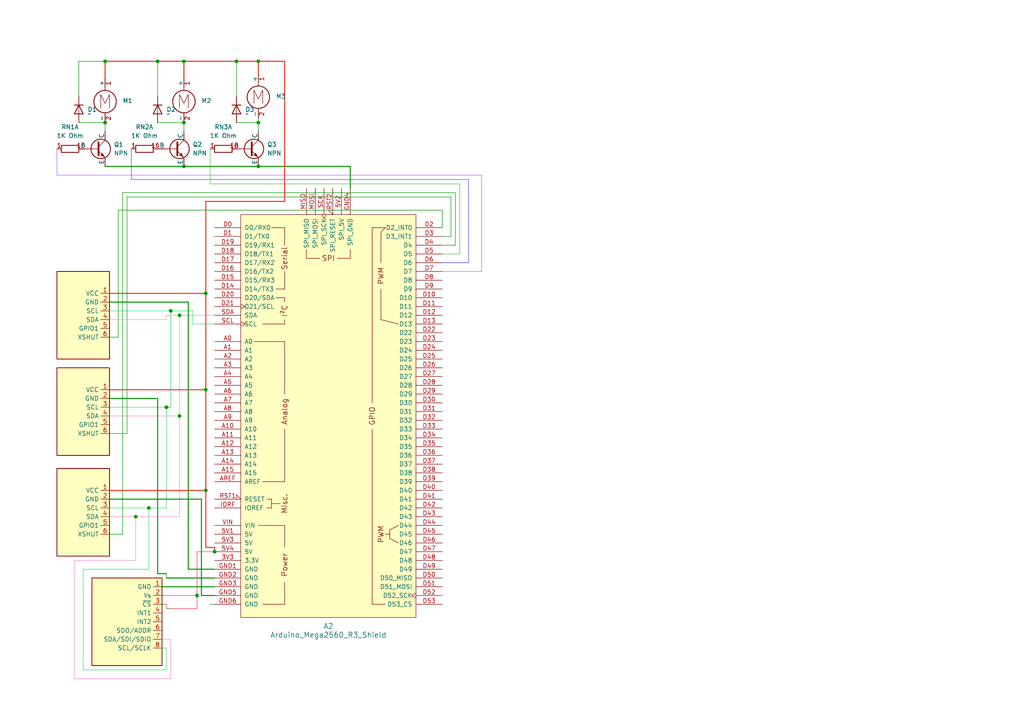
<source format=kicad_sch>
(kicad_sch (version 20230121) (generator eeschema)

  (uuid 71da43d3-75a4-4c2f-83cd-f4f6a3209338)

  (paper "A4")

  (lib_symbols
    (symbol "Device:R_Pack08_Split" (pin_names (offset 0) hide) (in_bom yes) (on_board yes)
      (property "Reference" "RN" (at 2.032 0 90)
        (effects (font (size 1.27 1.27)))
      )
      (property "Value" "R_Pack08_Split" (at 0 0 90)
        (effects (font (size 1.27 1.27)))
      )
      (property "Footprint" "" (at -2.032 0 90)
        (effects (font (size 1.27 1.27)) hide)
      )
      (property "Datasheet" "~" (at 0 0 0)
        (effects (font (size 1.27 1.27)) hide)
      )
      (property "ki_keywords" "R network parallel topology isolated" (at 0 0 0)
        (effects (font (size 1.27 1.27)) hide)
      )
      (property "ki_description" "8 resistor network, parallel topology, split" (at 0 0 0)
        (effects (font (size 1.27 1.27)) hide)
      )
      (property "ki_fp_filters" "DIP* SOIC* R*Array*Concave* R*Array*Convex*" (at 0 0 0)
        (effects (font (size 1.27 1.27)) hide)
      )
      (symbol "R_Pack08_Split_0_1"
        (rectangle (start 1.016 2.54) (end -1.016 -2.54)
          (stroke (width 0.254) (type default))
          (fill (type none))
        )
      )
      (symbol "R_Pack08_Split_1_1"
        (pin passive line (at 0 -3.81 90) (length 1.27)
          (name "R1.1" (effects (font (size 1.27 1.27))))
          (number "1" (effects (font (size 1.27 1.27))))
        )
        (pin passive line (at 0 3.81 270) (length 1.27)
          (name "R1.2" (effects (font (size 1.27 1.27))))
          (number "16" (effects (font (size 1.27 1.27))))
        )
      )
      (symbol "R_Pack08_Split_2_1"
        (pin passive line (at 0 3.81 270) (length 1.27)
          (name "R2.2" (effects (font (size 1.27 1.27))))
          (number "15" (effects (font (size 1.27 1.27))))
        )
        (pin passive line (at 0 -3.81 90) (length 1.27)
          (name "R2.1" (effects (font (size 1.27 1.27))))
          (number "2" (effects (font (size 1.27 1.27))))
        )
      )
      (symbol "R_Pack08_Split_3_1"
        (pin passive line (at 0 3.81 270) (length 1.27)
          (name "R3.2" (effects (font (size 1.27 1.27))))
          (number "14" (effects (font (size 1.27 1.27))))
        )
        (pin passive line (at 0 -3.81 90) (length 1.27)
          (name "R3.1" (effects (font (size 1.27 1.27))))
          (number "3" (effects (font (size 1.27 1.27))))
        )
      )
      (symbol "R_Pack08_Split_4_1"
        (pin passive line (at 0 3.81 270) (length 1.27)
          (name "R4.2" (effects (font (size 1.27 1.27))))
          (number "13" (effects (font (size 1.27 1.27))))
        )
        (pin passive line (at 0 -3.81 90) (length 1.27)
          (name "R4.1" (effects (font (size 1.27 1.27))))
          (number "4" (effects (font (size 1.27 1.27))))
        )
      )
      (symbol "R_Pack08_Split_5_1"
        (pin passive line (at 0 3.81 270) (length 1.27)
          (name "R5.2" (effects (font (size 1.27 1.27))))
          (number "12" (effects (font (size 1.27 1.27))))
        )
        (pin passive line (at 0 -3.81 90) (length 1.27)
          (name "R5.1" (effects (font (size 1.27 1.27))))
          (number "5" (effects (font (size 1.27 1.27))))
        )
      )
      (symbol "R_Pack08_Split_6_1"
        (pin passive line (at 0 3.81 270) (length 1.27)
          (name "R6.2" (effects (font (size 1.27 1.27))))
          (number "11" (effects (font (size 1.27 1.27))))
        )
        (pin passive line (at 0 -3.81 90) (length 1.27)
          (name "R6.1" (effects (font (size 1.27 1.27))))
          (number "6" (effects (font (size 1.27 1.27))))
        )
      )
      (symbol "R_Pack08_Split_7_1"
        (pin passive line (at 0 3.81 270) (length 1.27)
          (name "R7.2" (effects (font (size 1.27 1.27))))
          (number "10" (effects (font (size 1.27 1.27))))
        )
        (pin passive line (at 0 -3.81 90) (length 1.27)
          (name "R7.1" (effects (font (size 1.27 1.27))))
          (number "7" (effects (font (size 1.27 1.27))))
        )
      )
      (symbol "R_Pack08_Split_8_1"
        (pin passive line (at 0 -3.81 90) (length 1.27)
          (name "R8.1" (effects (font (size 1.27 1.27))))
          (number "8" (effects (font (size 1.27 1.27))))
        )
        (pin passive line (at 0 3.81 270) (length 1.27)
          (name "R8.2" (effects (font (size 1.27 1.27))))
          (number "9" (effects (font (size 1.27 1.27))))
        )
      )
    )
    (symbol "Diode:1N914WT" (pin_numbers hide) (pin_names hide) (in_bom yes) (on_board yes)
      (property "Reference" "D" (at 0 2.54 0)
        (effects (font (size 1.27 1.27)))
      )
      (property "Value" "1N914WT" (at 0 -2.54 0)
        (effects (font (size 1.27 1.27)))
      )
      (property "Footprint" "Diode_SMD:D_SOD-523" (at 0 -4.445 0)
        (effects (font (size 1.27 1.27)) hide)
      )
      (property "Datasheet" "http://www.mouser.com/ds/2/149/1N4148WT-461550.pdf" (at 0 0 0)
        (effects (font (size 1.27 1.27)) hide)
      )
      (property "Sim.Device" "D" (at 0 0 0)
        (effects (font (size 1.27 1.27)) hide)
      )
      (property "Sim.Pins" "1=K 2=A" (at 0 0 0)
        (effects (font (size 1.27 1.27)) hide)
      )
      (property "ki_keywords" "diode" (at 0 0 0)
        (effects (font (size 1.27 1.27)) hide)
      )
      (property "ki_description" "75V 0.15A Fast switching Diode, SOD-523" (at 0 0 0)
        (effects (font (size 1.27 1.27)) hide)
      )
      (property "ki_fp_filters" "D*SOD?523*" (at 0 0 0)
        (effects (font (size 1.27 1.27)) hide)
      )
      (symbol "1N914WT_0_1"
        (polyline
          (pts
            (xy -1.27 1.27)
            (xy -1.27 -1.27)
          )
          (stroke (width 0.254) (type default))
          (fill (type none))
        )
        (polyline
          (pts
            (xy 1.27 0)
            (xy -1.27 0)
          )
          (stroke (width 0) (type default))
          (fill (type none))
        )
        (polyline
          (pts
            (xy 1.27 1.27)
            (xy 1.27 -1.27)
            (xy -1.27 0)
            (xy 1.27 1.27)
          )
          (stroke (width 0.254) (type default))
          (fill (type none))
        )
      )
      (symbol "1N914WT_1_1"
        (pin passive line (at -3.81 0 0) (length 2.54)
          (name "K" (effects (font (size 1.27 1.27))))
          (number "1" (effects (font (size 1.27 1.27))))
        )
        (pin passive line (at 3.81 0 180) (length 2.54)
          (name "A" (effects (font (size 1.27 1.27))))
          (number "2" (effects (font (size 1.27 1.27))))
        )
      )
    )
    (symbol "Motor:Motor_DC" (pin_names (offset 0)) (in_bom yes) (on_board yes)
      (property "Reference" "M" (at 2.54 2.54 0)
        (effects (font (size 1.27 1.27)) (justify left))
      )
      (property "Value" "Motor_DC" (at 2.54 -5.08 0)
        (effects (font (size 1.27 1.27)) (justify left top))
      )
      (property "Footprint" "" (at 0 -2.286 0)
        (effects (font (size 1.27 1.27)) hide)
      )
      (property "Datasheet" "~" (at 0 -2.286 0)
        (effects (font (size 1.27 1.27)) hide)
      )
      (property "ki_keywords" "DC Motor" (at 0 0 0)
        (effects (font (size 1.27 1.27)) hide)
      )
      (property "ki_description" "DC Motor" (at 0 0 0)
        (effects (font (size 1.27 1.27)) hide)
      )
      (property "ki_fp_filters" "PinHeader*P2.54mm* TerminalBlock*" (at 0 0 0)
        (effects (font (size 1.27 1.27)) hide)
      )
      (symbol "Motor_DC_0_0"
        (polyline
          (pts
            (xy -1.27 -3.302)
            (xy -1.27 0.508)
            (xy 0 -2.032)
            (xy 1.27 0.508)
            (xy 1.27 -3.302)
          )
          (stroke (width 0) (type default))
          (fill (type none))
        )
      )
      (symbol "Motor_DC_0_1"
        (circle (center 0 -1.524) (radius 3.2512)
          (stroke (width 0.254) (type default))
          (fill (type none))
        )
        (polyline
          (pts
            (xy 0 -7.62)
            (xy 0 -7.112)
          )
          (stroke (width 0) (type default))
          (fill (type none))
        )
        (polyline
          (pts
            (xy 0 -4.7752)
            (xy 0 -5.1816)
          )
          (stroke (width 0) (type default))
          (fill (type none))
        )
        (polyline
          (pts
            (xy 0 1.7272)
            (xy 0 2.0828)
          )
          (stroke (width 0) (type default))
          (fill (type none))
        )
        (polyline
          (pts
            (xy 0 2.032)
            (xy 0 2.54)
          )
          (stroke (width 0) (type default))
          (fill (type none))
        )
      )
      (symbol "Motor_DC_1_1"
        (pin passive line (at 0 5.08 270) (length 2.54)
          (name "+" (effects (font (size 1.27 1.27))))
          (number "1" (effects (font (size 1.27 1.27))))
        )
        (pin passive line (at 0 -7.62 90) (length 2.54)
          (name "-" (effects (font (size 1.27 1.27))))
          (number "2" (effects (font (size 1.27 1.27))))
        )
      )
    )
    (symbol "PCM_arduino-library:Arduino_Mega2560_R3_Shield" (pin_names (offset 1.016)) (in_bom yes) (on_board yes)
      (property "Reference" "A" (at 0 -62.23 0)
        (effects (font (size 1.524 1.524)))
      )
      (property "Value" "Arduino_Mega2560_R3_Shield" (at 0 -66.04 0)
        (effects (font (size 1.524 1.524)))
      )
      (property "Footprint" "PCM_arduino-library:Arduino_Mega2560_R3_Shield" (at 0 -73.66 0)
        (effects (font (size 1.524 1.524)) hide)
      )
      (property "Datasheet" "https://docs.arduino.cc/hardware/mega-2560" (at 0 -69.85 0)
        (effects (font (size 1.524 1.524)) hide)
      )
      (property "ki_keywords" "Arduino MPU Shield" (at 0 0 0)
        (effects (font (size 1.27 1.27)) hide)
      )
      (property "ki_description" "Shield for Arduino Mega 2560 R3" (at 0 0 0)
        (effects (font (size 1.27 1.27)) hide)
      )
      (property "ki_fp_filters" "Arduino_Mega2560_R3_Shield" (at 0 0 0)
        (effects (font (size 1.27 1.27)) hide)
      )
      (symbol "Arduino_Mega2560_R3_Shield_0_0"
        (rectangle (start -25.4 -58.42) (end 25.4 58.42)
          (stroke (width 0) (type default))
          (fill (type background))
        )
        (rectangle (start -20.32 -31.75) (end -12.7 -31.75)
          (stroke (width 0) (type default))
          (fill (type none))
        )
        (rectangle (start -19.05 -54.61) (end -12.7 -54.61)
          (stroke (width 0) (type default))
          (fill (type none))
        )
        (rectangle (start -19.05 -19.05) (end -12.7 -19.05)
          (stroke (width 0) (type default))
          (fill (type none))
        )
        (rectangle (start -19.05 26.67) (end -12.7 26.67)
          (stroke (width 0) (type default))
          (fill (type none))
        )
        (rectangle (start -17.78 -26.67) (end -16.51 -26.67)
          (stroke (width 0) (type default))
          (fill (type none))
        )
        (rectangle (start -17.78 -24.13) (end -16.51 -24.13)
          (stroke (width 0) (type default))
          (fill (type none))
        )
        (rectangle (start -16.51 -25.4) (end -13.97 -25.4)
          (stroke (width 0) (type default))
          (fill (type none))
        )
        (rectangle (start -16.51 -24.13) (end -16.51 -26.67)
          (stroke (width 0) (type default))
          (fill (type none))
        )
        (rectangle (start -16.51 54.61) (end -12.7 54.61)
          (stroke (width 0) (type default))
          (fill (type none))
        )
        (rectangle (start -15.24 34.29) (end -12.7 34.29)
          (stroke (width 0) (type default))
          (fill (type none))
        )
        (rectangle (start -15.24 36.83) (end -12.7 36.83)
          (stroke (width 0) (type default))
          (fill (type none))
        )
        (rectangle (start -12.7 -54.61) (end -12.7 -48.26)
          (stroke (width 0) (type default))
          (fill (type none))
        )
        (rectangle (start -12.7 -31.75) (end -12.7 -38.1)
          (stroke (width 0) (type default))
          (fill (type none))
        )
        (rectangle (start -12.7 26.67) (end -12.7 27.94)
          (stroke (width 0) (type default))
          (fill (type none))
        )
        (rectangle (start -12.7 34.29) (end -12.7 33.02)
          (stroke (width 0) (type default))
          (fill (type none))
        )
        (rectangle (start -12.7 41.91) (end -12.7 36.83)
          (stroke (width 0) (type default))
          (fill (type none))
        )
        (rectangle (start -12.7 49.53) (end -12.7 54.61)
          (stroke (width 0) (type default))
          (fill (type none))
        )
        (rectangle (start -6.35 48.26) (end -6.35 45.72)
          (stroke (width 0) (type default))
          (fill (type none))
        )
        (rectangle (start -2.54 45.72) (end -6.35 45.72)
          (stroke (width 0) (type default))
          (fill (type none))
        )
        (polyline
          (pts
            (xy -21.59 21.59)
            (xy -12.7 21.59)
          )
          (stroke (width 0) (type default))
          (fill (type none))
        )
        (polyline
          (pts
            (xy -12.7 -19.05)
            (xy -12.7 -3.81)
          )
          (stroke (width 0) (type default))
          (fill (type none))
        )
        (polyline
          (pts
            (xy -12.7 6.35)
            (xy -12.7 21.59)
          )
          (stroke (width 0) (type default))
          (fill (type none))
        )
        (polyline
          (pts
            (xy 12.7 -54.61)
            (xy 16.51 -54.61)
          )
          (stroke (width 0) (type default))
          (fill (type none))
        )
        (polyline
          (pts
            (xy 12.7 54.61)
            (xy 16.51 54.61)
          )
          (stroke (width 0) (type default))
          (fill (type none))
        )
        (polyline
          (pts
            (xy 17.78 -34.29)
            (xy 16.51 -34.29)
          )
          (stroke (width 0) (type default))
          (fill (type none))
        )
        (polyline
          (pts
            (xy 15.24 36.83)
            (xy 15.24 27.94)
            (xy 20.32 26.67)
          )
          (stroke (width 0) (type default))
          (fill (type none))
        )
        (polyline
          (pts
            (xy 15.24 44.45)
            (xy 15.24 53.34)
            (xy 16.51 54.61)
          )
          (stroke (width 0) (type default))
          (fill (type none))
        )
        (polyline
          (pts
            (xy 20.32 -31.75)
            (xy 17.78 -33.02)
            (xy 17.78 -35.56)
            (xy 20.32 -36.83)
          )
          (stroke (width 0) (type default))
          (fill (type none))
        )
        (rectangle (start 6.35 45.72) (end 2.54 45.72)
          (stroke (width 0) (type default))
          (fill (type none))
        )
        (rectangle (start 6.35 48.26) (end 6.35 45.72)
          (stroke (width 0) (type default))
          (fill (type none))
        )
        (text "Analog" (at -12.7 1.27 900)
          (effects (font (size 1.524 1.524)))
        )
        (text "I²C" (at -12.7 30.48 900)
          (effects (font (size 1.524 1.524)))
        )
        (text "Misc." (at -12.7 -25.4 900)
          (effects (font (size 1.524 1.524)))
        )
        (text "Power" (at -12.7 -43.18 900)
          (effects (font (size 1.524 1.524)))
        )
        (text "PWM" (at 15.24 -34.29 900)
          (effects (font (size 1.524 1.524)))
        )
        (text "PWM" (at 15.24 40.64 900)
          (effects (font (size 1.524 1.524)))
        )
        (text "Serial" (at -12.7 45.72 900)
          (effects (font (size 1.524 1.524)))
        )
        (text "SPI" (at 0 45.72 0)
          (effects (font (size 1.524 1.524)))
        )
      )
      (symbol "Arduino_Mega2560_R3_Shield_1_0"
        (rectangle (start 12.7 -54.61) (end 12.7 -3.81)
          (stroke (width 0) (type default))
          (fill (type none))
        )
        (rectangle (start 12.7 54.61) (end 12.7 3.81)
          (stroke (width 0) (type default))
          (fill (type none))
        )
        (text "GPIO" (at 12.7 0 900)
          (effects (font (size 1.524 1.524)))
        )
      )
      (symbol "Arduino_Mega2560_R3_Shield_1_1"
        (pin power_out line (at -33.02 -41.91 0) (length 7.62)
          (name "3.3V" (effects (font (size 1.27 1.27))))
          (number "3V3" (effects (font (size 1.27 1.27))))
        )
        (pin power_in line (at -33.02 -34.29 0) (length 7.62)
          (name "5V" (effects (font (size 1.27 1.27))))
          (number "5V1" (effects (font (size 1.27 1.27))))
        )
        (pin power_in line (at 3.81 66.04 270) (length 7.62)
          (name "SPI_5V" (effects (font (size 1.27 1.27))))
          (number "5V2" (effects (font (size 1.27 1.27))))
        )
        (pin power_in line (at -33.02 -36.83 0) (length 7.62)
          (name "5V" (effects (font (size 1.27 1.27))))
          (number "5V3" (effects (font (size 1.27 1.27))))
        )
        (pin power_in line (at -33.02 -39.37 0) (length 7.62)
          (name "5V" (effects (font (size 1.27 1.27))))
          (number "5V4" (effects (font (size 1.27 1.27))))
        )
        (pin bidirectional line (at -33.02 21.59 0) (length 7.62)
          (name "A0" (effects (font (size 1.27 1.27))))
          (number "A0" (effects (font (size 1.27 1.27))))
        )
        (pin bidirectional line (at -33.02 19.05 0) (length 7.62)
          (name "A1" (effects (font (size 1.27 1.27))))
          (number "A1" (effects (font (size 1.27 1.27))))
        )
        (pin bidirectional line (at -33.02 -3.81 0) (length 7.62)
          (name "A10" (effects (font (size 1.27 1.27))))
          (number "A10" (effects (font (size 1.27 1.27))))
        )
        (pin bidirectional line (at -33.02 -6.35 0) (length 7.62)
          (name "A11" (effects (font (size 1.27 1.27))))
          (number "A11" (effects (font (size 1.27 1.27))))
        )
        (pin bidirectional line (at -33.02 -8.89 0) (length 7.62)
          (name "A12" (effects (font (size 1.27 1.27))))
          (number "A12" (effects (font (size 1.27 1.27))))
        )
        (pin bidirectional line (at -33.02 -11.43 0) (length 7.62)
          (name "A13" (effects (font (size 1.27 1.27))))
          (number "A13" (effects (font (size 1.27 1.27))))
        )
        (pin bidirectional line (at -33.02 -13.97 0) (length 7.62)
          (name "A14" (effects (font (size 1.27 1.27))))
          (number "A14" (effects (font (size 1.27 1.27))))
        )
        (pin bidirectional line (at -33.02 -16.51 0) (length 7.62)
          (name "A15" (effects (font (size 1.27 1.27))))
          (number "A15" (effects (font (size 1.27 1.27))))
        )
        (pin bidirectional line (at -33.02 16.51 0) (length 7.62)
          (name "A2" (effects (font (size 1.27 1.27))))
          (number "A2" (effects (font (size 1.27 1.27))))
        )
        (pin bidirectional line (at -33.02 13.97 0) (length 7.62)
          (name "A3" (effects (font (size 1.27 1.27))))
          (number "A3" (effects (font (size 1.27 1.27))))
        )
        (pin bidirectional line (at -33.02 11.43 0) (length 7.62)
          (name "A4" (effects (font (size 1.27 1.27))))
          (number "A4" (effects (font (size 1.27 1.27))))
        )
        (pin bidirectional line (at -33.02 8.89 0) (length 7.62)
          (name "A5" (effects (font (size 1.27 1.27))))
          (number "A5" (effects (font (size 1.27 1.27))))
        )
        (pin bidirectional line (at -33.02 6.35 0) (length 7.62)
          (name "A6" (effects (font (size 1.27 1.27))))
          (number "A6" (effects (font (size 1.27 1.27))))
        )
        (pin bidirectional line (at -33.02 3.81 0) (length 7.62)
          (name "A7" (effects (font (size 1.27 1.27))))
          (number "A7" (effects (font (size 1.27 1.27))))
        )
        (pin bidirectional line (at -33.02 1.27 0) (length 7.62)
          (name "A8" (effects (font (size 1.27 1.27))))
          (number "A8" (effects (font (size 1.27 1.27))))
        )
        (pin bidirectional line (at -33.02 -1.27 0) (length 7.62)
          (name "A9" (effects (font (size 1.27 1.27))))
          (number "A9" (effects (font (size 1.27 1.27))))
        )
        (pin input line (at -33.02 -19.05 0) (length 7.62)
          (name "AREF" (effects (font (size 1.27 1.27))))
          (number "AREF" (effects (font (size 1.27 1.27))))
        )
        (pin bidirectional line (at -33.02 54.61 0) (length 7.62)
          (name "D0/RX0" (effects (font (size 1.27 1.27))))
          (number "D0" (effects (font (size 1.27 1.27))))
        )
        (pin bidirectional line (at -33.02 52.07 0) (length 7.62)
          (name "D1/TX0" (effects (font (size 1.27 1.27))))
          (number "D1" (effects (font (size 1.27 1.27))))
        )
        (pin bidirectional line (at 33.02 34.29 180) (length 7.62)
          (name "D10" (effects (font (size 1.27 1.27))))
          (number "D10" (effects (font (size 1.27 1.27))))
        )
        (pin bidirectional line (at 33.02 31.75 180) (length 7.62)
          (name "D11" (effects (font (size 1.27 1.27))))
          (number "D11" (effects (font (size 1.27 1.27))))
        )
        (pin bidirectional line (at 33.02 29.21 180) (length 7.62)
          (name "D12" (effects (font (size 1.27 1.27))))
          (number "D12" (effects (font (size 1.27 1.27))))
        )
        (pin bidirectional line (at 33.02 26.67 180) (length 7.62)
          (name "D13" (effects (font (size 1.27 1.27))))
          (number "D13" (effects (font (size 1.27 1.27))))
        )
        (pin bidirectional line (at -33.02 36.83 0) (length 7.62)
          (name "D14/TX3" (effects (font (size 1.27 1.27))))
          (number "D14" (effects (font (size 1.27 1.27))))
        )
        (pin bidirectional line (at -33.02 39.37 0) (length 7.62)
          (name "D15/RX3" (effects (font (size 1.27 1.27))))
          (number "D15" (effects (font (size 1.27 1.27))))
        )
        (pin bidirectional line (at -33.02 41.91 0) (length 7.62)
          (name "D16/TX2" (effects (font (size 1.27 1.27))))
          (number "D16" (effects (font (size 1.27 1.27))))
        )
        (pin bidirectional line (at -33.02 44.45 0) (length 7.62)
          (name "D17/RX2" (effects (font (size 1.27 1.27))))
          (number "D17" (effects (font (size 1.27 1.27))))
        )
        (pin bidirectional line (at -33.02 46.99 0) (length 7.62)
          (name "D18/TX1" (effects (font (size 1.27 1.27))))
          (number "D18" (effects (font (size 1.27 1.27))))
        )
        (pin bidirectional line (at -33.02 49.53 0) (length 7.62)
          (name "D19/RX1" (effects (font (size 1.27 1.27))))
          (number "D19" (effects (font (size 1.27 1.27))))
        )
        (pin bidirectional line (at 33.02 54.61 180) (length 7.62)
          (name "D2_INT0" (effects (font (size 1.27 1.27))))
          (number "D2" (effects (font (size 1.27 1.27))))
        )
        (pin bidirectional line (at -33.02 34.29 0) (length 7.62)
          (name "D20/SDA" (effects (font (size 1.27 1.27))))
          (number "D20" (effects (font (size 1.27 1.27))))
        )
        (pin bidirectional clock (at -33.02 31.75 0) (length 7.62)
          (name "D21/SCL" (effects (font (size 1.27 1.27))))
          (number "D21" (effects (font (size 1.27 1.27))))
        )
        (pin bidirectional line (at 33.02 24.13 180) (length 7.62)
          (name "D22" (effects (font (size 1.27 1.27))))
          (number "D22" (effects (font (size 1.27 1.27))))
        )
        (pin bidirectional line (at 33.02 21.59 180) (length 7.62)
          (name "D23" (effects (font (size 1.27 1.27))))
          (number "D23" (effects (font (size 1.27 1.27))))
        )
        (pin bidirectional line (at 33.02 19.05 180) (length 7.62)
          (name "D24" (effects (font (size 1.27 1.27))))
          (number "D24" (effects (font (size 1.27 1.27))))
        )
        (pin bidirectional line (at 33.02 16.51 180) (length 7.62)
          (name "D25" (effects (font (size 1.27 1.27))))
          (number "D25" (effects (font (size 1.27 1.27))))
        )
        (pin bidirectional line (at 33.02 13.97 180) (length 7.62)
          (name "D26" (effects (font (size 1.27 1.27))))
          (number "D26" (effects (font (size 1.27 1.27))))
        )
        (pin bidirectional line (at 33.02 11.43 180) (length 7.62)
          (name "D27" (effects (font (size 1.27 1.27))))
          (number "D27" (effects (font (size 1.27 1.27))))
        )
        (pin bidirectional line (at 33.02 8.89 180) (length 7.62)
          (name "D28" (effects (font (size 1.27 1.27))))
          (number "D28" (effects (font (size 1.27 1.27))))
        )
        (pin bidirectional line (at 33.02 6.35 180) (length 7.62)
          (name "D29" (effects (font (size 1.27 1.27))))
          (number "D29" (effects (font (size 1.27 1.27))))
        )
        (pin bidirectional line (at 33.02 52.07 180) (length 7.62)
          (name "D3_INT1" (effects (font (size 1.27 1.27))))
          (number "D3" (effects (font (size 1.27 1.27))))
        )
        (pin bidirectional line (at 33.02 3.81 180) (length 7.62)
          (name "D30" (effects (font (size 1.27 1.27))))
          (number "D30" (effects (font (size 1.27 1.27))))
        )
        (pin bidirectional line (at 33.02 1.27 180) (length 7.62)
          (name "D31" (effects (font (size 1.27 1.27))))
          (number "D31" (effects (font (size 1.27 1.27))))
        )
        (pin bidirectional line (at 33.02 -1.27 180) (length 7.62)
          (name "D32" (effects (font (size 1.27 1.27))))
          (number "D32" (effects (font (size 1.27 1.27))))
        )
        (pin bidirectional line (at 33.02 -3.81 180) (length 7.62)
          (name "D33" (effects (font (size 1.27 1.27))))
          (number "D33" (effects (font (size 1.27 1.27))))
        )
        (pin bidirectional line (at 33.02 -6.35 180) (length 7.62)
          (name "D34" (effects (font (size 1.27 1.27))))
          (number "D34" (effects (font (size 1.27 1.27))))
        )
        (pin bidirectional line (at 33.02 -8.89 180) (length 7.62)
          (name "D35" (effects (font (size 1.27 1.27))))
          (number "D35" (effects (font (size 1.27 1.27))))
        )
        (pin bidirectional line (at 33.02 -11.43 180) (length 7.62)
          (name "D36" (effects (font (size 1.27 1.27))))
          (number "D36" (effects (font (size 1.27 1.27))))
        )
        (pin bidirectional line (at 33.02 -13.97 180) (length 7.62)
          (name "D37" (effects (font (size 1.27 1.27))))
          (number "D37" (effects (font (size 1.27 1.27))))
        )
        (pin bidirectional line (at 33.02 -16.51 180) (length 7.62)
          (name "D38" (effects (font (size 1.27 1.27))))
          (number "D38" (effects (font (size 1.27 1.27))))
        )
        (pin bidirectional line (at 33.02 -19.05 180) (length 7.62)
          (name "D39" (effects (font (size 1.27 1.27))))
          (number "D39" (effects (font (size 1.27 1.27))))
        )
        (pin bidirectional line (at 33.02 49.53 180) (length 7.62)
          (name "D4" (effects (font (size 1.27 1.27))))
          (number "D4" (effects (font (size 1.27 1.27))))
        )
        (pin bidirectional line (at 33.02 -21.59 180) (length 7.62)
          (name "D40" (effects (font (size 1.27 1.27))))
          (number "D40" (effects (font (size 1.27 1.27))))
        )
        (pin bidirectional line (at 33.02 -24.13 180) (length 7.62)
          (name "D41" (effects (font (size 1.27 1.27))))
          (number "D41" (effects (font (size 1.27 1.27))))
        )
        (pin bidirectional line (at 33.02 -26.67 180) (length 7.62)
          (name "D42" (effects (font (size 1.27 1.27))))
          (number "D42" (effects (font (size 1.27 1.27))))
        )
        (pin bidirectional line (at 33.02 -29.21 180) (length 7.62)
          (name "D43" (effects (font (size 1.27 1.27))))
          (number "D43" (effects (font (size 1.27 1.27))))
        )
        (pin bidirectional line (at 33.02 -31.75 180) (length 7.62)
          (name "D44" (effects (font (size 1.27 1.27))))
          (number "D44" (effects (font (size 1.27 1.27))))
        )
        (pin bidirectional line (at 33.02 -34.29 180) (length 7.62)
          (name "D45" (effects (font (size 1.27 1.27))))
          (number "D45" (effects (font (size 1.27 1.27))))
        )
        (pin bidirectional line (at 33.02 -36.83 180) (length 7.62)
          (name "D46" (effects (font (size 1.27 1.27))))
          (number "D46" (effects (font (size 1.27 1.27))))
        )
        (pin bidirectional line (at 33.02 -39.37 180) (length 7.62)
          (name "D47" (effects (font (size 1.27 1.27))))
          (number "D47" (effects (font (size 1.27 1.27))))
        )
        (pin bidirectional line (at 33.02 -41.91 180) (length 7.62)
          (name "D48" (effects (font (size 1.27 1.27))))
          (number "D48" (effects (font (size 1.27 1.27))))
        )
        (pin bidirectional line (at 33.02 -44.45 180) (length 7.62)
          (name "D49" (effects (font (size 1.27 1.27))))
          (number "D49" (effects (font (size 1.27 1.27))))
        )
        (pin bidirectional line (at 33.02 46.99 180) (length 7.62)
          (name "D5" (effects (font (size 1.27 1.27))))
          (number "D5" (effects (font (size 1.27 1.27))))
        )
        (pin bidirectional line (at 33.02 -46.99 180) (length 7.62)
          (name "D50_MISO" (effects (font (size 1.27 1.27))))
          (number "D50" (effects (font (size 1.27 1.27))))
        )
        (pin bidirectional line (at 33.02 -49.53 180) (length 7.62)
          (name "D51_MOSI" (effects (font (size 1.27 1.27))))
          (number "D51" (effects (font (size 1.27 1.27))))
        )
        (pin bidirectional clock (at 33.02 -52.07 180) (length 7.62)
          (name "D52_SCK" (effects (font (size 1.27 1.27))))
          (number "D52" (effects (font (size 1.27 1.27))))
        )
        (pin bidirectional line (at 33.02 -54.61 180) (length 7.62)
          (name "D53_CS" (effects (font (size 1.27 1.27))))
          (number "D53" (effects (font (size 1.27 1.27))))
        )
        (pin bidirectional line (at 33.02 44.45 180) (length 7.62)
          (name "D6" (effects (font (size 1.27 1.27))))
          (number "D6" (effects (font (size 1.27 1.27))))
        )
        (pin bidirectional line (at 33.02 41.91 180) (length 7.62)
          (name "D7" (effects (font (size 1.27 1.27))))
          (number "D7" (effects (font (size 1.27 1.27))))
        )
        (pin bidirectional line (at 33.02 39.37 180) (length 7.62)
          (name "D8" (effects (font (size 1.27 1.27))))
          (number "D8" (effects (font (size 1.27 1.27))))
        )
        (pin bidirectional line (at 33.02 36.83 180) (length 7.62)
          (name "D9" (effects (font (size 1.27 1.27))))
          (number "D9" (effects (font (size 1.27 1.27))))
        )
        (pin power_in line (at -33.02 -44.45 0) (length 7.62)
          (name "GND" (effects (font (size 1.27 1.27))))
          (number "GND1" (effects (font (size 1.27 1.27))))
        )
        (pin power_in line (at -33.02 -46.99 0) (length 7.62)
          (name "GND" (effects (font (size 1.27 1.27))))
          (number "GND2" (effects (font (size 1.27 1.27))))
        )
        (pin power_in line (at -33.02 -49.53 0) (length 7.62)
          (name "GND" (effects (font (size 1.27 1.27))))
          (number "GND3" (effects (font (size 1.27 1.27))))
        )
        (pin power_in line (at 6.35 66.04 270) (length 7.62)
          (name "SPI_GND" (effects (font (size 1.27 1.27))))
          (number "GND4" (effects (font (size 1.27 1.27))))
        )
        (pin power_in line (at -33.02 -52.07 0) (length 7.62)
          (name "GND" (effects (font (size 1.27 1.27))))
          (number "GND5" (effects (font (size 1.27 1.27))))
        )
        (pin power_in line (at -33.02 -54.61 0) (length 7.62)
          (name "GND" (effects (font (size 1.27 1.27))))
          (number "GND6" (effects (font (size 1.27 1.27))))
        )
        (pin output line (at -33.02 -26.67 0) (length 7.62)
          (name "IOREF" (effects (font (size 1.27 1.27))))
          (number "IORF" (effects (font (size 1.27 1.27))))
        )
        (pin input line (at -6.35 66.04 270) (length 7.62)
          (name "SPI_MISO" (effects (font (size 1.27 1.27))))
          (number "MISO" (effects (font (size 1.27 1.27))))
        )
        (pin output line (at -3.81 66.04 270) (length 7.62)
          (name "SPI_MOSI" (effects (font (size 1.27 1.27))))
          (number "MOSI" (effects (font (size 1.27 1.27))))
        )
        (pin open_collector input_low (at -33.02 -24.13 0) (length 7.62)
          (name "RESET" (effects (font (size 1.27 1.27))))
          (number "RST1" (effects (font (size 1.27 1.27))))
        )
        (pin open_collector input_low (at 1.27 66.04 270) (length 7.62)
          (name "SPI_RESET" (effects (font (size 1.27 1.27))))
          (number "RST2" (effects (font (size 1.27 1.27))))
        )
        (pin output clock (at -1.27 66.04 270) (length 7.62)
          (name "SPI_SCK" (effects (font (size 1.27 1.27))))
          (number "SCK" (effects (font (size 1.27 1.27))))
        )
        (pin bidirectional clock (at -33.02 26.67 0) (length 7.62)
          (name "SCL" (effects (font (size 1.27 1.27))))
          (number "SCL" (effects (font (size 1.27 1.27))))
        )
        (pin bidirectional line (at -33.02 29.21 0) (length 7.62)
          (name "SDA" (effects (font (size 1.27 1.27))))
          (number "SDA" (effects (font (size 1.27 1.27))))
        )
        (pin power_in line (at -33.02 -31.75 0) (length 7.62)
          (name "VIN" (effects (font (size 1.27 1.27))))
          (number "VIN" (effects (font (size 1.27 1.27))))
        )
      )
    )
    (symbol "Sensor_Distance:VL53L1CXV0FY1" (in_bom yes) (on_board yes)
      (property "Reference" "U1" (at 11.43 -1.27 0)
        (effects (font (size 1.27 1.27)) (justify left))
      )
      (property "Value" "VL53L1CXV0FY1" (at 11.43 -3.81 0)
        (effects (font (size 1.27 1.27)) (justify left))
      )
      (property "Footprint" "Sensor_Distance:ST_VL53L1x" (at 17.145 -13.97 0)
        (effects (font (size 1.27 1.27)) hide)
      )
      (property "Datasheet" "https://www.st.com/resource/en/datasheet/vl53l1x.pdf" (at -43.18 43.18 0)
        (effects (font (size 1.27 1.27)) hide)
      )
      (property "ki_keywords" "VL53L1x ToF" (at 0 0 0)
        (effects (font (size 1.27 1.27)) hide)
      )
      (property "ki_description" "4m distance ranging ToF sensor" (at 0 0 0)
        (effects (font (size 1.27 1.27)) hide)
      )
      (property "ki_fp_filters" "ST*VL53L1x*" (at 0 0 0)
        (effects (font (size 1.27 1.27)) hide)
      )
      (symbol "VL53L1CXV0FY1_0_1"
        (rectangle (start -24.13 16.51) (end -8.89 -8.89)
          (stroke (width 0.254) (type default))
          (fill (type background))
        )
      )
      (symbol "VL53L1CXV0FY1_1_1"
        (pin power_in line (at -8.89 10.16 180) (length 2.54)
          (name "VCC" (effects (font (size 1.27 1.27))))
          (number "1" (effects (font (size 1.27 1.27))))
        )
        (pin passive line (at -8.89 7.62 180) (length 2.54)
          (name "GND" (effects (font (size 1.27 1.27))))
          (number "2" (effects (font (size 1.27 1.27))))
        )
        (pin input line (at -8.89 5.08 180) (length 2.54)
          (name "SCL" (effects (font (size 1.27 1.27))))
          (number "3" (effects (font (size 1.27 1.27))))
        )
        (pin bidirectional line (at -8.89 2.54 180) (length 2.54)
          (name "SDA" (effects (font (size 1.27 1.27))))
          (number "4" (effects (font (size 1.27 1.27))))
        )
        (pin open_collector line (at -8.89 0 180) (length 2.54)
          (name "GPIO1" (effects (font (size 1.27 1.27))))
          (number "5" (effects (font (size 1.27 1.27))))
        )
        (pin input line (at -8.89 -2.54 180) (length 2.54)
          (name "XSHUT" (effects (font (size 1.27 1.27))))
          (number "6" (effects (font (size 1.27 1.27))))
        )
      )
    )
    (symbol "Sensor_Motion:ADXL343" (in_bom yes) (on_board yes)
      (property "Reference" "U2" (at 15.24 6.9281 0)
        (effects (font (size 1.27 1.27)))
      )
      (property "Value" "ADXL345" (at 15.24 4.3881 0)
        (effects (font (size 1.27 1.27)))
      )
      (property "Footprint" "Package_LGA:LGA-14_3x5mm_P0.8mm_LayoutBorder1x6y" (at -2.54 41.91 0)
        (effects (font (size 1.27 1.27)) hide)
      )
      (property "Datasheet" "https://www.analog.com/media/en/technical-documentation/data-sheets/ADXL343.pdf" (at 8.89 77.47 0)
        (effects (font (size 1.27 1.27)) hide)
      )
      (property "ki_keywords" "3-axis accelerometer i2c spi mems" (at 0 0 0)
        (effects (font (size 1.27 1.27)) hide)
      )
      (property "ki_description" "3-Axis MEMS Accelerometer, 2/4/8/16g range, I2C/SPI, LGA-14" (at 0 0 0)
        (effects (font (size 1.27 1.27)) hide)
      )
      (property "ki_fp_filters" "*LGA*3x5mm*P0.8mm*" (at 0 0 0)
        (effects (font (size 1.27 1.27)) hide)
      )
      (symbol "ADXL343_0_1"
        (rectangle (start -10.16 21.59) (end 10.16 -3.81)
          (stroke (width 0.254) (type default))
          (fill (type background))
        )
      )
      (symbol "ADXL343_1_1"
        (pin passive line (at -10.16 19.05 0) (length 2.54)
          (name "GND" (effects (font (size 1.27 1.27))))
          (number "1" (effects (font (size 1.27 1.27))))
        )
        (pin power_in line (at -10.16 16.51 0) (length 2.54)
          (name "Vs" (effects (font (size 1.27 1.27))))
          (number "2" (effects (font (size 1.27 1.27))))
        )
        (pin input line (at -10.16 13.97 0) (length 2.54)
          (name "~{CS}" (effects (font (size 1.27 1.27))))
          (number "3" (effects (font (size 1.27 1.27))))
        )
        (pin output line (at -10.16 11.43 0) (length 2.54)
          (name "INT1" (effects (font (size 1.27 1.27))))
          (number "4" (effects (font (size 1.27 1.27))))
        )
        (pin output line (at -10.16 8.89 0) (length 2.54)
          (name "INT2" (effects (font (size 1.27 1.27))))
          (number "5" (effects (font (size 1.27 1.27))))
        )
        (pin bidirectional line (at -10.16 6.35 0) (length 2.54)
          (name "SDO/ADDR" (effects (font (size 1.27 1.27))))
          (number "6" (effects (font (size 1.27 1.27))))
        )
        (pin bidirectional line (at -10.16 3.81 0) (length 2.54)
          (name "SDA/SDI/SDIO" (effects (font (size 1.27 1.27))))
          (number "7" (effects (font (size 1.27 1.27))))
        )
        (pin input line (at -10.16 1.27 0) (length 2.54)
          (name "SCL/SCLK" (effects (font (size 1.27 1.27))))
          (number "8" (effects (font (size 1.27 1.27))))
        )
      )
    )
    (symbol "Simulation_SPICE:NPN" (pin_numbers hide) (pin_names (offset 0)) (in_bom yes) (on_board yes)
      (property "Reference" "Q" (at -2.54 7.62 0)
        (effects (font (size 1.27 1.27)))
      )
      (property "Value" "NPN" (at -2.54 5.08 0)
        (effects (font (size 1.27 1.27)))
      )
      (property "Footprint" "" (at 63.5 0 0)
        (effects (font (size 1.27 1.27)) hide)
      )
      (property "Datasheet" "~" (at 63.5 0 0)
        (effects (font (size 1.27 1.27)) hide)
      )
      (property "Sim.Device" "NPN" (at 0 0 0)
        (effects (font (size 1.27 1.27)) hide)
      )
      (property "Sim.Type" "GUMMELPOON" (at 0 0 0)
        (effects (font (size 1.27 1.27)) hide)
      )
      (property "Sim.Pins" "1=C 2=B 3=E" (at 0 0 0)
        (effects (font (size 1.27 1.27)) hide)
      )
      (property "ki_keywords" "simulation" (at 0 0 0)
        (effects (font (size 1.27 1.27)) hide)
      )
      (property "ki_description" "Bipolar transistor symbol for simulation only, substrate tied to the emitter" (at 0 0 0)
        (effects (font (size 1.27 1.27)) hide)
      )
      (symbol "NPN_0_1"
        (polyline
          (pts
            (xy -2.54 0)
            (xy 0.635 0)
          )
          (stroke (width 0.1524) (type default))
          (fill (type none))
        )
        (polyline
          (pts
            (xy 0.635 0.635)
            (xy 2.54 2.54)
          )
          (stroke (width 0) (type default))
          (fill (type none))
        )
        (polyline
          (pts
            (xy 2.794 -1.27)
            (xy 2.794 -1.27)
          )
          (stroke (width 0.1524) (type default))
          (fill (type none))
        )
        (polyline
          (pts
            (xy 2.794 -1.27)
            (xy 2.794 -1.27)
          )
          (stroke (width 0.1524) (type default))
          (fill (type none))
        )
        (polyline
          (pts
            (xy 0.635 -0.635)
            (xy 2.54 -2.54)
            (xy 2.54 -2.54)
          )
          (stroke (width 0) (type default))
          (fill (type none))
        )
        (polyline
          (pts
            (xy 0.635 1.905)
            (xy 0.635 -1.905)
            (xy 0.635 -1.905)
          )
          (stroke (width 0.508) (type default))
          (fill (type none))
        )
        (polyline
          (pts
            (xy 1.27 -1.778)
            (xy 1.778 -1.27)
            (xy 2.286 -2.286)
            (xy 1.27 -1.778)
            (xy 1.27 -1.778)
          )
          (stroke (width 0) (type default))
          (fill (type outline))
        )
        (circle (center 1.27 0) (radius 2.8194)
          (stroke (width 0.254) (type default))
          (fill (type none))
        )
      )
      (symbol "NPN_1_1"
        (pin open_collector line (at 2.54 5.08 270) (length 2.54)
          (name "C" (effects (font (size 1.27 1.27))))
          (number "1" (effects (font (size 1.27 1.27))))
        )
        (pin input line (at -5.08 0 0) (length 2.54)
          (name "B" (effects (font (size 1.27 1.27))))
          (number "2" (effects (font (size 1.27 1.27))))
        )
        (pin open_emitter line (at 2.54 -5.08 90) (length 2.54)
          (name "E" (effects (font (size 1.27 1.27))))
          (number "3" (effects (font (size 1.27 1.27))))
        )
      )
    )
  )

  (junction (at 74.93 48.26) (diameter 0) (color 0 0 0 0)
    (uuid 1a496c82-d398-4aa6-91fe-8df7da64a72a)
  )
  (junction (at 59.69 113.03) (diameter 0) (color 0 0 0 0)
    (uuid 3781f7e9-0d17-47e1-9541-74d4391c2d11)
  )
  (junction (at 68.58 17.78) (diameter 0) (color 0 0 0 0)
    (uuid 429b4675-d2f5-4391-995c-4a1ceec008c3)
  )
  (junction (at 30.48 17.78) (diameter 0) (color 0 0 0 0)
    (uuid 4485e17a-597d-49ba-a16d-6999cb8b653f)
  )
  (junction (at 45.72 17.78) (diameter 0) (color 0 0 0 0)
    (uuid 4a9cbafe-e827-4b6f-b2e9-54e7f3e8fdc0)
  )
  (junction (at 53.34 35.56) (diameter 0) (color 0 0 0 0)
    (uuid 55f83321-c78a-4783-b058-26dc96a6ea08)
  )
  (junction (at 52.07 91.44) (diameter 0) (color 0 0 0 0)
    (uuid 64052c18-1656-4670-8999-6b8f4066ddb5)
  )
  (junction (at 52.07 120.65) (diameter 0) (color 0 0 0 0)
    (uuid 640b8c39-a8c1-403d-a38e-8698c1791a61)
  )
  (junction (at 30.48 35.56) (diameter 0) (color 0 0 0 0)
    (uuid 6e6183de-e6c9-4c5c-9406-0fc7e5f11032)
  )
  (junction (at 74.93 35.56) (diameter 0) (color 0 0 0 0)
    (uuid 70a0e8f4-4ca5-44db-840a-feab5bb73a98)
  )
  (junction (at 53.34 17.78) (diameter 0) (color 0 0 0 0)
    (uuid 7a04080e-b92e-4fdf-9b0a-48097ab2ab65)
  )
  (junction (at 48.26 118.11) (diameter 0) (color 0 0 0 0)
    (uuid 89d5f832-b5d8-419c-afc9-f81bfd5284b5)
  )
  (junction (at 53.34 48.26) (diameter 0) (color 0 0 0 0)
    (uuid 8a7e583d-ac55-48b1-b482-0aeb60c4e1c7)
  )
  (junction (at 49.53 90.17) (diameter 0) (color 0 0 0 0)
    (uuid 972860b5-159f-4387-bb84-4f6c4fcd20a2)
  )
  (junction (at 39.37 149.86) (diameter 0) (color 0 0 0 0)
    (uuid 9ddf6c47-26df-4489-bb68-66841dae9488)
  )
  (junction (at 62.23 160.02) (diameter 0) (color 0 0 0 0)
    (uuid b023f531-842b-4d38-a69f-5f12baa2aabf)
  )
  (junction (at 43.18 147.32) (diameter 0) (color 0 0 0 0)
    (uuid b9055d02-08f0-4de7-bdff-700d82b519ea)
  )
  (junction (at 59.69 85.09) (diameter 0) (color 0 0 0 0)
    (uuid d34b6f80-6519-42db-92ad-8e05178e7d5d)
  )
  (junction (at 59.69 142.24) (diameter 0) (color 0 0 0 0)
    (uuid daa88a97-ba47-4f3f-8c68-3d04a214392e)
  )
  (junction (at 74.93 17.78) (diameter 0) (color 0 0 0 0)
    (uuid e2a2bb5b-0a3e-43fe-bb86-59453f6f00d2)
  )
  (junction (at 57.15 172.72) (diameter 0) (color 0 0 0 0)
    (uuid fe2372a6-a761-4d3b-a511-9dfe72e5a611)
  )

  (wire (pts (xy 31.75 120.65) (xy 52.07 120.65))
    (stroke (width 0) (type default) (color 255 133 201 1))
    (uuid 00014364-4a8b-4a6d-b9fc-775cc9c41c18)
  )
  (wire (pts (xy 31.75 149.86) (xy 39.37 149.86))
    (stroke (width 0) (type default) (color 255 133 201 1))
    (uuid 033083f3-6226-4fa1-887e-9823ac975f84)
  )
  (wire (pts (xy 45.72 17.78) (xy 53.34 17.78))
    (stroke (width 0.3) (type solid) (color 255 45 29 1))
    (uuid 0459cde2-ce01-4b62-b79e-3718b8244351)
  )
  (wire (pts (xy 135.89 52.07) (xy 38.1 52.07))
    (stroke (width 0) (type default) (color 51 68 255 1))
    (uuid 076e9bc0-a749-4ee5-b4a9-f2e96e8ec468)
  )
  (wire (pts (xy 62.23 158.75) (xy 62.23 160.02))
    (stroke (width 0.3) (type solid) (color 255 45 29 1))
    (uuid 07cb22cc-c22a-446f-bd98-6292cb8ea29d)
  )
  (wire (pts (xy 59.69 158.75) (xy 62.23 158.75))
    (stroke (width 0.3) (type solid) (color 255 45 29 1))
    (uuid 08702548-f31d-4fab-a011-71ac0acabb10)
  )
  (wire (pts (xy 36.83 57.15) (xy 130.81 57.15))
    (stroke (width 0) (type default))
    (uuid 0a2b679e-0a1b-4876-954f-8fbce89cc3e9)
  )
  (wire (pts (xy 49.53 196.85) (xy 21.59 196.85))
    (stroke (width 0) (type default) (color 255 133 201 1))
    (uuid 0c6bea98-69f3-4374-9291-6eae927f8000)
  )
  (wire (pts (xy 48.26 91.44) (xy 48.26 92.71))
    (stroke (width 0) (type default) (color 255 133 201 1))
    (uuid 0de8f296-d536-4f7b-af9f-bdb157917421)
  )
  (wire (pts (xy 49.53 176.53) (xy 57.15 176.53))
    (stroke (width 0) (type default) (color 255 42 80 1))
    (uuid 11965a49-5007-4b5c-a284-88af273c19b1)
  )
  (wire (pts (xy 60.96 175.26) (xy 62.23 175.26))
    (stroke (width 0) (type default))
    (uuid 11d18590-186f-4588-8b5b-e0609060a010)
  )
  (wire (pts (xy 53.34 35.56) (xy 53.34 38.1))
    (stroke (width 0) (type default))
    (uuid 198a9cac-45c1-4e84-9c22-67facb9b1e09)
  )
  (wire (pts (xy 128.27 78.74) (xy 139.7 78.74))
    (stroke (width 0) (type default) (color 174 94 255 1))
    (uuid 1a28ee17-c384-44a5-85e8-c51e926e4fff)
  )
  (wire (pts (xy 48.26 176.53) (xy 49.53 176.53))
    (stroke (width 0) (type default))
    (uuid 1b86ea9e-98ee-4968-b265-e656a12153fc)
  )
  (wire (pts (xy 59.69 58.42) (xy 59.69 85.09))
    (stroke (width 0.3) (type solid) (color 255 45 29 1))
    (uuid 1e52b8d8-1bf3-4d09-8730-88a1dbc9cf84)
  )
  (wire (pts (xy 62.23 172.72) (xy 58.42 172.72))
    (stroke (width 0.3) (type default))
    (uuid 202b809e-cc65-4f06-bd23-c7326c400085)
  )
  (wire (pts (xy 60.96 43.18) (xy 60.96 53.34))
    (stroke (width 0) (type default) (color 75 192 59 1))
    (uuid 23a6f75d-f109-4dbb-8557-bbe2b3e3b07c)
  )
  (wire (pts (xy 57.15 160.02) (xy 62.23 160.02))
    (stroke (width 0) (type default) (color 255 42 80 1))
    (uuid 251442d1-4955-4ff2-a995-9bc708e944da)
  )
  (wire (pts (xy 24.13 43.18) (xy 22.86 43.18))
    (stroke (width 0) (type default))
    (uuid 26b61cf2-77af-4786-b0b0-3451efc164dc)
  )
  (wire (pts (xy 133.35 73.66) (xy 133.35 53.34))
    (stroke (width 0) (type default) (color 75 192 59 1))
    (uuid 299f91e1-a2d5-4ef5-bf7b-f7faa6940112)
  )
  (wire (pts (xy 24.13 165.1) (xy 43.18 165.1))
    (stroke (width 0) (type default) (color 49 226 100 1))
    (uuid 2add6bd7-4e88-4e80-8d46-244b43658964)
  )
  (wire (pts (xy 82.55 17.78) (xy 74.93 17.78))
    (stroke (width 0.3) (type solid) (color 255 45 29 1))
    (uuid 2d8b42a3-6fcd-4d36-b709-1bccc9ff90ab)
  )
  (wire (pts (xy 46.99 185.42) (xy 49.53 185.42))
    (stroke (width 0) (type default) (color 255 133 201 1))
    (uuid 2e7248d1-d628-4df6-a004-2bb992d4b31c)
  )
  (wire (pts (xy 132.08 71.12) (xy 132.08 55.88))
    (stroke (width 0) (type default))
    (uuid 30d55319-3f85-4f0e-be97-68002a3471e4)
  )
  (wire (pts (xy 31.75 125.73) (xy 36.83 125.73))
    (stroke (width 0) (type default))
    (uuid 31024385-ef51-4113-a18f-e725ef9e768d)
  )
  (wire (pts (xy 39.37 162.56) (xy 39.37 149.86))
    (stroke (width 0) (type default) (color 255 133 201 1))
    (uuid 32e8f338-004f-4b1b-932c-c84561803cf3)
  )
  (wire (pts (xy 30.48 17.78) (xy 30.48 22.86))
    (stroke (width 0.3) (type solid) (color 255 45 29 1))
    (uuid 3568063c-b080-48ca-b23e-5c5a045669e6)
  )
  (wire (pts (xy 62.23 165.1) (xy 54.61 165.1))
    (stroke (width 0.3) (type default))
    (uuid 3acc012b-7030-46e5-a703-2f92a0c8ef03)
  )
  (wire (pts (xy 43.18 147.32) (xy 48.26 147.32))
    (stroke (width 0) (type default) (color 49 226 100 1))
    (uuid 3b2e06fb-ef7c-4811-8467-97d9a66d74de)
  )
  (wire (pts (xy 45.72 166.37) (xy 48.26 166.37))
    (stroke (width 0.3) (type default))
    (uuid 3fe17e36-e34d-4ed8-80d8-31d092db98f2)
  )
  (wire (pts (xy 59.69 142.24) (xy 59.69 158.75))
    (stroke (width 0.3) (type solid) (color 255 45 29 1))
    (uuid 41d9c331-3cda-4bd0-8fb8-79d022055cc8)
  )
  (wire (pts (xy 31.75 90.17) (xy 49.53 90.17))
    (stroke (width 0) (type default) (color 49 226 100 1))
    (uuid 466efe9d-b1a7-4325-9a73-3b3e809ba41f)
  )
  (wire (pts (xy 74.93 17.78) (xy 74.93 21.59))
    (stroke (width 0.3) (type solid) (color 255 45 29 1))
    (uuid 47a407b0-f4ad-4f87-911f-cdee2760b74f)
  )
  (wire (pts (xy 31.75 85.09) (xy 59.69 85.09))
    (stroke (width 0.3) (type solid) (color 255 45 29 1))
    (uuid 4fdf6478-7c08-450f-a02e-58a9618d0dac)
  )
  (wire (pts (xy 52.07 120.65) (xy 52.07 91.44))
    (stroke (width 0) (type default) (color 255 133 201 1))
    (uuid 50ad0ee8-325d-4ae8-9c51-6484d9fd2ca1)
  )
  (wire (pts (xy 22.86 17.78) (xy 30.48 17.78))
    (stroke (width 0) (type default))
    (uuid 519e1601-af9e-47c3-8bd5-3bc4f9780257)
  )
  (wire (pts (xy 24.13 194.31) (xy 24.13 165.1))
    (stroke (width 0) (type default) (color 49 226 100 1))
    (uuid 5288666e-99a0-4f58-8757-0f7811783060)
  )
  (wire (pts (xy 130.81 68.58) (xy 128.27 68.58))
    (stroke (width 0) (type default))
    (uuid 5464dfcf-b727-464d-aa5a-540340547ba7)
  )
  (wire (pts (xy 53.34 17.78) (xy 68.58 17.78))
    (stroke (width 0.3) (type solid) (color 255 45 29 1))
    (uuid 54c0f4f6-7f17-43a5-8e41-1004847a938a)
  )
  (wire (pts (xy 48.26 166.37) (xy 48.26 167.64))
    (stroke (width 0) (type default))
    (uuid 5a3d784c-2517-491c-a6c1-e0d7e6d9c51f)
  )
  (wire (pts (xy 48.26 92.71) (xy 31.75 92.71))
    (stroke (width 0) (type default) (color 255 133 201 1))
    (uuid 5ce276cd-1d6e-454d-8651-180ad542e68f)
  )
  (wire (pts (xy 49.53 90.17) (xy 55.88 90.17))
    (stroke (width 0) (type default) (color 49 226 100 1))
    (uuid 5e8ba940-66fb-403c-88c5-3c730fabfde7)
  )
  (wire (pts (xy 39.37 149.86) (xy 52.07 149.86))
    (stroke (width 0) (type default) (color 255 133 201 1))
    (uuid 5fb76a77-6130-475c-bdb0-e4c2fba46325)
  )
  (wire (pts (xy 53.34 17.78) (xy 53.34 22.86))
    (stroke (width 0.3) (type solid) (color 255 45 29 1))
    (uuid 62288c74-b7fb-4fb1-b271-67e10a1edea4)
  )
  (wire (pts (xy 74.93 35.56) (xy 74.93 38.1))
    (stroke (width 0) (type default))
    (uuid 62682fa6-0845-4c5b-acab-5143944fbb94)
  )
  (wire (pts (xy 135.89 76.2) (xy 135.89 52.07))
    (stroke (width 0) (type default) (color 51 68 255 1))
    (uuid 62e5cfee-3da5-4aab-9315-048a57634455)
  )
  (wire (pts (xy 82.55 17.78) (xy 82.55 58.42))
    (stroke (width 0.3) (type solid) (color 255 45 29 1))
    (uuid 67b23dd4-cc02-4959-aea2-937aa9d7e7bd)
  )
  (wire (pts (xy 53.34 48.26) (xy 74.93 48.26))
    (stroke (width 0.3) (type default))
    (uuid 67da07ac-74d7-4bae-8b23-10efbe345c3c)
  )
  (wire (pts (xy 31.75 87.63) (xy 54.61 87.63))
    (stroke (width 0.3) (type default))
    (uuid 6a2836e5-392b-4106-8878-b1b22b925162)
  )
  (wire (pts (xy 45.72 27.94) (xy 45.72 17.78))
    (stroke (width 0) (type default))
    (uuid 6a8603ef-d76e-41a7-b110-9e9cf25e5788)
  )
  (wire (pts (xy 48.26 167.64) (xy 62.23 167.64))
    (stroke (width 0.3) (type default))
    (uuid 6ab8eab6-6909-4c8d-a5c1-02835a25dba7)
  )
  (wire (pts (xy 45.72 115.57) (xy 45.72 166.37))
    (stroke (width 0.3) (type default))
    (uuid 6e67ad35-ffc1-42b0-b521-944860d8f491)
  )
  (wire (pts (xy 49.53 185.42) (xy 49.53 196.85))
    (stroke (width 0) (type default) (color 255 133 201 1))
    (uuid 6ef41d18-c326-449c-81c0-917fbcf00178)
  )
  (wire (pts (xy 31.75 147.32) (xy 43.18 147.32))
    (stroke (width 0) (type default) (color 49 226 100 1))
    (uuid 6f3490cb-342c-4f31-b36a-ec388040ece6)
  )
  (wire (pts (xy 101.6 48.26) (xy 74.93 48.26))
    (stroke (width 0.3) (type default))
    (uuid 6f367f2c-3693-45ca-9d20-d44ef1b0727e)
  )
  (wire (pts (xy 68.58 17.78) (xy 74.93 17.78))
    (stroke (width 0.3) (type solid) (color 255 45 29 1))
    (uuid 71c32930-7e23-43d2-859c-82c13644aed9)
  )
  (wire (pts (xy 31.75 142.24) (xy 59.69 142.24))
    (stroke (width 0.3) (type solid) (color 255 45 29 1))
    (uuid 73b635cd-020a-4fcd-a937-cd940b17c6e6)
  )
  (wire (pts (xy 21.59 196.85) (xy 21.59 162.56))
    (stroke (width 0) (type default) (color 255 133 201 1))
    (uuid 7a8b2c68-051c-4aaf-820e-bacc86d31620)
  )
  (wire (pts (xy 74.93 35.56) (xy 68.58 35.56))
    (stroke (width 0) (type default))
    (uuid 7adaafec-dda2-45ad-a1d6-3fa3b97b1383)
  )
  (wire (pts (xy 48.26 118.11) (xy 49.53 118.11))
    (stroke (width 0) (type default))
    (uuid 7c883c83-82dc-4ce7-b7dc-cbcefbc8bb18)
  )
  (wire (pts (xy 48.26 194.31) (xy 24.13 194.31))
    (stroke (width 0) (type default) (color 49 226 100 1))
    (uuid 81e4a09f-3498-4e68-82c2-353ade9a42fd)
  )
  (wire (pts (xy 128.27 73.66) (xy 133.35 73.66))
    (stroke (width 0) (type default) (color 75 192 59 1))
    (uuid 835b6889-d25d-44de-85b3-b6559d34a291)
  )
  (wire (pts (xy 59.69 85.09) (xy 59.69 113.03))
    (stroke (width 0.3) (type solid) (color 255 45 29 1))
    (uuid 83c52aeb-6c02-4f10-858b-7888faacd0bd)
  )
  (wire (pts (xy 22.86 27.94) (xy 22.86 17.78))
    (stroke (width 0) (type default))
    (uuid 83f66726-8fd1-45f8-a44d-1028dc0b1d79)
  )
  (wire (pts (xy 49.53 118.11) (xy 49.53 90.17))
    (stroke (width 0) (type default) (color 49 226 100 1))
    (uuid 8a3cd4ad-33cc-4101-a561-30231ed27503)
  )
  (wire (pts (xy 46.99 170.18) (xy 62.23 170.18))
    (stroke (width 0.3) (type default))
    (uuid 8b072050-ad34-43ae-bcaa-fed64e7a569d)
  )
  (wire (pts (xy 68.58 17.78) (xy 68.58 27.94))
    (stroke (width 0) (type default))
    (uuid 8dd79d24-5fcb-40dc-989f-c6b742452932)
  )
  (wire (pts (xy 31.75 144.78) (xy 58.42 144.78))
    (stroke (width 0.3) (type default))
    (uuid 8ec716ac-845d-41b3-86ce-502a51f78f23)
  )
  (wire (pts (xy 58.42 172.72) (xy 58.42 144.78))
    (stroke (width 0.3) (type default))
    (uuid 92c835ec-6c38-44f6-803c-70c1a07b0e42)
  )
  (wire (pts (xy 74.93 34.29) (xy 74.93 35.56))
    (stroke (width 0) (type default))
    (uuid 9b4912d9-76a7-41e0-afe8-662a9d4ca48e)
  )
  (wire (pts (xy 46.99 172.72) (xy 57.15 172.72))
    (stroke (width 0) (type default) (color 255 42 80 1))
    (uuid 9c8c1659-1b4a-46e9-b6d4-8bbacaf9cc62)
  )
  (wire (pts (xy 48.26 187.96) (xy 48.26 194.31))
    (stroke (width 0) (type default) (color 49 226 100 1))
    (uuid 9f1b98c7-f9db-448c-b71f-139d0fd093e7)
  )
  (wire (pts (xy 48.26 175.26) (xy 48.26 176.53))
    (stroke (width 0) (type default) (color 255 42 80 1))
    (uuid 9fc84fb6-03d6-4b0f-a308-73f251ca1b31)
  )
  (wire (pts (xy 30.48 35.56) (xy 30.48 38.1))
    (stroke (width 0) (type default))
    (uuid a0416bb2-1b2d-4142-90ea-6439e433c25f)
  )
  (wire (pts (xy 48.26 91.44) (xy 52.07 91.44))
    (stroke (width 0) (type default) (color 255 133 201 1))
    (uuid a5eff96c-fcf3-423e-8dd5-95bf5ff129df)
  )
  (wire (pts (xy 55.88 93.98) (xy 55.88 90.17))
    (stroke (width 0) (type default) (color 49 226 100 1))
    (uuid a77a3be0-030a-4b37-9797-1dcaf14d17ec)
  )
  (wire (pts (xy 128.27 60.96) (xy 34.29 60.96))
    (stroke (width 0) (type default))
    (uuid a7fe7154-373a-4cbe-9452-d93e29ca4b73)
  )
  (wire (pts (xy 59.69 113.03) (xy 59.69 142.24))
    (stroke (width 0.3) (type solid) (color 255 45 29 1))
    (uuid ade057e3-838e-4b1b-940d-c8408fd5d82b)
  )
  (wire (pts (xy 101.6 54.61) (xy 101.6 48.26))
    (stroke (width 0.3) (type default))
    (uuid af19b509-faae-425c-af77-978f7a014189)
  )
  (wire (pts (xy 128.27 76.2) (xy 135.89 76.2))
    (stroke (width 0) (type default) (color 51 68 255 1))
    (uuid b5685b2f-a422-4e5d-9a05-b955428e119f)
  )
  (wire (pts (xy 139.7 50.8) (xy 16.51 50.8))
    (stroke (width 0) (type default) (color 174 94 255 1))
    (uuid b8d3c0d4-8b42-4929-b7ad-892251be1b0c)
  )
  (wire (pts (xy 46.99 187.96) (xy 48.26 187.96))
    (stroke (width 0) (type default) (color 49 226 100 1))
    (uuid b8d6c7d9-0a52-4c52-97ba-30795fe6c041)
  )
  (wire (pts (xy 48.26 147.32) (xy 48.26 118.11))
    (stroke (width 0) (type default) (color 49 226 100 1))
    (uuid bac865b6-3923-44c3-b9a3-76b15dbf1574)
  )
  (wire (pts (xy 57.15 172.72) (xy 57.15 176.53))
    (stroke (width 0) (type default) (color 255 42 80 1))
    (uuid bbd030da-b448-45ba-84de-f581a4ba3fd8)
  )
  (wire (pts (xy 52.07 91.44) (xy 62.23 91.44))
    (stroke (width 0) (type default) (color 255 133 201 1))
    (uuid be62f33e-caa8-476d-8371-36aa5808e3e0)
  )
  (wire (pts (xy 21.59 162.56) (xy 39.37 162.56))
    (stroke (width 0) (type default) (color 255 133 201 1))
    (uuid c6248d77-449e-44c4-9784-54bee034dbf1)
  )
  (wire (pts (xy 35.56 55.88) (xy 35.56 154.94))
    (stroke (width 0) (type default))
    (uuid c6819b0c-9386-4eaa-b705-bf9c392f7808)
  )
  (wire (pts (xy 16.51 43.18) (xy 16.51 50.8))
    (stroke (width 0) (type default) (color 174 94 255 1))
    (uuid c708ce3d-32ff-45e0-8a7e-c457cf02a08e)
  )
  (wire (pts (xy 30.48 17.78) (xy 45.72 17.78))
    (stroke (width 0.3) (type solid) (color 255 45 29 1))
    (uuid cb30ad65-f348-4faa-ba90-ea7e08d7ce0d)
  )
  (wire (pts (xy 130.81 57.15) (xy 130.81 68.58))
    (stroke (width 0) (type default))
    (uuid cb702426-cb38-438d-a4e0-c81324e5dd68)
  )
  (wire (pts (xy 31.75 118.11) (xy 48.26 118.11))
    (stroke (width 0) (type default) (color 49 226 100 1))
    (uuid cf364161-affa-4014-b19c-7abee4087e33)
  )
  (wire (pts (xy 22.86 35.56) (xy 30.48 35.56))
    (stroke (width 0) (type default))
    (uuid cfac2351-e8bd-4258-b2d2-79455631549a)
  )
  (wire (pts (xy 36.83 125.73) (xy 36.83 57.15))
    (stroke (width 0) (type default))
    (uuid d0fd4aa9-1b6e-44eb-9221-cdebcb86d618)
  )
  (wire (pts (xy 132.08 55.88) (xy 35.56 55.88))
    (stroke (width 0) (type default))
    (uuid d3b3b6f6-ea87-403c-b9a6-c736af8fc4ec)
  )
  (wire (pts (xy 45.72 35.56) (xy 53.34 35.56))
    (stroke (width 0) (type default))
    (uuid d3d53f92-3e3e-4a12-b90c-fa92a0a9f135)
  )
  (wire (pts (xy 57.15 160.02) (xy 57.15 172.72))
    (stroke (width 0) (type default) (color 255 42 80 1))
    (uuid d576bdbb-0547-462b-9522-baf6a43b113c)
  )
  (wire (pts (xy 128.27 66.04) (xy 128.27 60.96))
    (stroke (width 0) (type default))
    (uuid d86d18dc-a263-446b-b99c-f8f1c90d1202)
  )
  (wire (pts (xy 82.55 58.42) (xy 59.69 58.42))
    (stroke (width 0.3) (type solid) (color 255 45 29 1))
    (uuid da63211c-fabb-4257-ae15-3d7f9a76547f)
  )
  (wire (pts (xy 46.99 175.26) (xy 48.26 175.26))
    (stroke (width 0) (type default))
    (uuid dbba27b3-4177-4d5f-96cc-f43801c30a72)
  )
  (wire (pts (xy 55.88 93.98) (xy 62.23 93.98))
    (stroke (width 0) (type default) (color 49 226 100 1))
    (uuid dc16a450-72b9-4fd5-a767-bfbc2db1b54f)
  )
  (wire (pts (xy 35.56 154.94) (xy 31.75 154.94))
    (stroke (width 0) (type default))
    (uuid de35173c-c9a4-4f2f-a8c1-a40ee7869ec0)
  )
  (wire (pts (xy 31.75 113.03) (xy 59.69 113.03))
    (stroke (width 0.3) (type solid) (color 255 45 29 1))
    (uuid e0bb7fc5-ffed-4cd2-92c8-a9d06876ecd9)
  )
  (wire (pts (xy 128.27 71.12) (xy 132.08 71.12))
    (stroke (width 0) (type default))
    (uuid e6da61b6-c619-4381-85e6-086c4997a1d6)
  )
  (wire (pts (xy 31.75 115.57) (xy 45.72 115.57))
    (stroke (width 0.3) (type default))
    (uuid eb917922-8d28-4f4c-b1e7-55095abd8877)
  )
  (wire (pts (xy 38.1 43.18) (xy 38.1 52.07))
    (stroke (width 0) (type default) (color 51 68 255 1))
    (uuid f0694fda-ff8a-490d-9c6d-21b929ad4296)
  )
  (wire (pts (xy 34.29 60.96) (xy 34.29 97.79))
    (stroke (width 0) (type default))
    (uuid f45c835c-cf14-40f5-8c58-1749125619b1)
  )
  (wire (pts (xy 133.35 53.34) (xy 60.96 53.34))
    (stroke (width 0) (type default) (color 75 192 59 1))
    (uuid f6398160-9dd6-46b7-a573-bdd20528dd24)
  )
  (wire (pts (xy 54.61 165.1) (xy 54.61 87.63))
    (stroke (width 0.3) (type default))
    (uuid f672bcf4-3a07-479d-8e33-4cd443a04176)
  )
  (wire (pts (xy 139.7 78.74) (xy 139.7 50.8))
    (stroke (width 0) (type default) (color 174 94 255 1))
    (uuid f67e35de-cad4-4322-823f-ec67b5d1fcad)
  )
  (wire (pts (xy 43.18 165.1) (xy 43.18 147.32))
    (stroke (width 0) (type default) (color 49 226 100 1))
    (uuid f75ca041-f3ee-4c1c-9c38-9078750d22aa)
  )
  (wire (pts (xy 52.07 149.86) (xy 52.07 120.65))
    (stroke (width 0) (type default) (color 255 133 201 1))
    (uuid f8795b2f-9d16-41d2-b2df-2fd1acf3cb0b)
  )
  (wire (pts (xy 30.48 48.26) (xy 53.34 48.26))
    (stroke (width 0.3) (type default))
    (uuid fabef135-8f76-4ac1-97ef-dce564512b7f)
  )
  (wire (pts (xy 34.29 97.79) (xy 31.75 97.79))
    (stroke (width 0) (type default))
    (uuid fff9f084-1d4d-486b-a453-5f1bdf7498fe)
  )

  (symbol (lib_id "Diode:1N914WT") (at 45.72 31.75 270) (unit 1)
    (in_bom yes) (on_board yes) (dnp no) (fields_autoplaced)
    (uuid 0ce5f8f6-6b84-4e17-9bee-2799890b81f1)
    (property "Reference" "D2" (at 48.26 31.75 90)
      (effects (font (size 1.27 1.27)) (justify left))
    )
    (property "Value" "~" (at 48.26 33.02 90)
      (effects (font (size 1.27 1.27)) (justify left))
    )
    (property "Footprint" "Diode_SMD:D_SOD-523" (at 41.275 31.75 0)
      (effects (font (size 1.27 1.27)) hide)
    )
    (property "Datasheet" "http://www.mouser.com/ds/2/149/1N4148WT-461550.pdf" (at 45.72 31.75 0)
      (effects (font (size 1.27 1.27)) hide)
    )
    (property "Sim.Device" "D" (at 45.72 31.75 0)
      (effects (font (size 1.27 1.27)) hide)
    )
    (property "Sim.Pins" "1=K 2=A" (at 45.72 31.75 0)
      (effects (font (size 1.27 1.27)) hide)
    )
    (pin "1" (uuid 2e9ea3d5-8b95-4931-a20c-5757cd1ffadf))
    (pin "2" (uuid 65a38e5f-fddb-4d86-9f39-2fc1e2474b5d))
    (instances
      (project "inzynierka"
        (path "/71da43d3-75a4-4c2f-83cd-f4f6a3209338"
          (reference "D2") (unit 1)
        )
      )
    )
  )

  (symbol (lib_id "Motor:Motor_DC") (at 30.48 27.94 0) (unit 1)
    (in_bom yes) (on_board yes) (dnp no) (fields_autoplaced)
    (uuid 1057a4a8-70af-4ba5-88ce-e40a8586bd55)
    (property "Reference" "M1" (at 35.56 29.21 0)
      (effects (font (size 1.27 1.27)) (justify left))
    )
    (property "Value" "Motor_DC" (at 35.56 31.75 0)
      (effects (font (size 1.27 1.27)) (justify left) hide)
    )
    (property "Footprint" "" (at 30.48 30.226 0)
      (effects (font (size 1.27 1.27)) hide)
    )
    (property "Datasheet" "~" (at 30.48 30.226 0)
      (effects (font (size 1.27 1.27)) hide)
    )
    (pin "1" (uuid 0e03f147-292f-4cb9-bfbe-a0276e327e1c))
    (pin "2" (uuid 07b71104-88d0-4d48-9adc-bd13dca068d6))
    (instances
      (project "inzynierka"
        (path "/71da43d3-75a4-4c2f-83cd-f4f6a3209338"
          (reference "M1") (unit 1)
        )
      )
    )
  )

  (symbol (lib_id "Sensor_Distance:VL53L1CXV0FY1") (at 40.64 95.25 0) (unit 1)
    (in_bom yes) (on_board yes) (dnp no)
    (uuid 2cfc125a-efcd-4465-bfc7-a464907ad574)
    (property "Reference" "U1" (at 34.29 96.52 0)
      (effects (font (size 1.27 1.27)) (justify left) hide)
    )
    (property "Value" "VL53L0X" (at 34.29 99.06 0)
      (effects (font (size 1.27 1.27)) (justify left) hide)
    )
    (property "Footprint" "Sensor_Distance:ST_VL53L1x" (at 57.785 109.22 0)
      (effects (font (size 1.27 1.27)) hide)
    )
    (property "Datasheet" "https://www.st.com/resource/en/datasheet/vl53l1x.pdf" (at -2.54 52.07 0)
      (effects (font (size 1.27 1.27)) hide)
    )
    (pin "1" (uuid b15a0d40-9eaf-4214-ab3b-93d1b2ee45d8))
    (pin "2" (uuid f9868b5b-6431-4b76-b4b3-ead77a638078))
    (pin "3" (uuid cef2f6a5-b850-46a9-a9c8-4807911c54f0))
    (pin "4" (uuid a8bf5b53-57d9-4bf1-9b0e-aacadf759276))
    (pin "5" (uuid c3fc1e16-0594-464b-8eff-a268f68be438))
    (pin "6" (uuid be83b8a7-1bb7-4c04-ab1a-4a957a7d4dab))
    (instances
      (project "inzynierka"
        (path "/71da43d3-75a4-4c2f-83cd-f4f6a3209338"
          (reference "U1") (unit 1)
        )
      )
    )
  )

  (symbol (lib_id "Simulation_SPICE:NPN") (at 50.8 43.18 0) (unit 1)
    (in_bom yes) (on_board yes) (dnp no)
    (uuid 3a3deb82-96b0-4432-847b-d3275a06eb50)
    (property "Reference" "Q2" (at 55.88 41.91 0)
      (effects (font (size 1.27 1.27)) (justify left))
    )
    (property "Value" "NPN" (at 55.88 44.45 0)
      (effects (font (size 1.27 1.27)) (justify left))
    )
    (property "Footprint" "" (at 114.3 43.18 0)
      (effects (font (size 1.27 1.27)) hide)
    )
    (property "Datasheet" "~" (at 114.3 43.18 0)
      (effects (font (size 1.27 1.27)) hide)
    )
    (property "Sim.Device" "NPN" (at 50.8 43.18 0)
      (effects (font (size 1.27 1.27)) hide)
    )
    (property "Sim.Type" "GUMMELPOON" (at 50.8 43.18 0)
      (effects (font (size 1.27 1.27)) hide)
    )
    (property "Sim.Pins" "1=C 2=B 3=E" (at 50.8 43.18 0)
      (effects (font (size 1.27 1.27)) hide)
    )
    (pin "1" (uuid 93d22552-c67a-4b30-a588-0e13d9afd74e))
    (pin "2" (uuid c8fd79bd-373e-4739-b028-40f482133743))
    (pin "3" (uuid a5c338ea-8ad1-4ea4-96d8-fc30acf04b8b))
    (instances
      (project "inzynierka"
        (path "/71da43d3-75a4-4c2f-83cd-f4f6a3209338"
          (reference "Q2") (unit 1)
        )
      )
    )
  )

  (symbol (lib_id "Sensor_Distance:VL53L1CXV0FY1") (at 40.64 123.19 0) (unit 1)
    (in_bom yes) (on_board yes) (dnp no)
    (uuid 48f9814c-5618-4d4c-aa2d-85699c9e57c3)
    (property "Reference" "U3" (at 34.29 124.46 0)
      (effects (font (size 1.27 1.27)) (justify left) hide)
    )
    (property "Value" "VL53L0X" (at 34.29 127 0)
      (effects (font (size 1.27 1.27)) (justify left) hide)
    )
    (property "Footprint" "Sensor_Distance:ST_VL53L1x" (at 57.785 137.16 0)
      (effects (font (size 1.27 1.27)) hide)
    )
    (property "Datasheet" "https://www.st.com/resource/en/datasheet/vl53l1x.pdf" (at -2.54 80.01 0)
      (effects (font (size 1.27 1.27)) hide)
    )
    (pin "1" (uuid f14fcd46-ce2d-47d7-8d7f-34cd6125270b))
    (pin "2" (uuid 84e9ce67-9697-4c91-9f3e-45ba50846506))
    (pin "3" (uuid 2d2a9e92-e36e-48b7-8cb2-1faccc310c4e))
    (pin "4" (uuid 92f5ace8-e25b-443c-a320-1f3e1f9503b1))
    (pin "5" (uuid 190b952d-f561-4e2b-a286-c8856f1acae2))
    (pin "6" (uuid 3e8216b0-c9aa-4e83-a2a6-6beebc78d217))
    (instances
      (project "inzynierka"
        (path "/71da43d3-75a4-4c2f-83cd-f4f6a3209338"
          (reference "U3") (unit 1)
        )
      )
    )
  )

  (symbol (lib_id "Simulation_SPICE:NPN") (at 27.94 43.18 0) (unit 1)
    (in_bom yes) (on_board yes) (dnp no)
    (uuid 53873cd3-94da-4c80-85ff-7116e34807d6)
    (property "Reference" "Q1" (at 33.02 41.91 0)
      (effects (font (size 1.27 1.27)) (justify left))
    )
    (property "Value" "NPN" (at 33.02 44.45 0)
      (effects (font (size 1.27 1.27)) (justify left))
    )
    (property "Footprint" "" (at 91.44 43.18 0)
      (effects (font (size 1.27 1.27)) hide)
    )
    (property "Datasheet" "~" (at 91.44 43.18 0)
      (effects (font (size 1.27 1.27)) hide)
    )
    (property "Sim.Device" "NPN" (at 27.94 43.18 0)
      (effects (font (size 1.27 1.27)) hide)
    )
    (property "Sim.Type" "GUMMELPOON" (at 27.94 43.18 0)
      (effects (font (size 1.27 1.27)) hide)
    )
    (property "Sim.Pins" "1=C 2=B 3=E" (at 27.94 43.18 0)
      (effects (font (size 1.27 1.27)) hide)
    )
    (pin "1" (uuid 4b1fa21d-b0fb-4803-bbee-944ab2aea2b3))
    (pin "2" (uuid 11506f1d-3f7f-4830-bb68-2d23dc285606))
    (pin "3" (uuid 208cdeb2-24fc-4375-9d50-2b7683a61221))
    (instances
      (project "inzynierka"
        (path "/71da43d3-75a4-4c2f-83cd-f4f6a3209338"
          (reference "Q1") (unit 1)
        )
      )
    )
  )

  (symbol (lib_id "Motor:Motor_DC") (at 74.93 26.67 0) (unit 1)
    (in_bom yes) (on_board yes) (dnp no) (fields_autoplaced)
    (uuid 55a11ef4-efcf-4e80-9b10-e32b4d4be734)
    (property "Reference" "M3" (at 80.01 27.94 0)
      (effects (font (size 1.27 1.27)) (justify left))
    )
    (property "Value" "Motor_DC" (at 80.01 30.48 0)
      (effects (font (size 1.27 1.27)) (justify left) hide)
    )
    (property "Footprint" "" (at 74.93 28.956 0)
      (effects (font (size 1.27 1.27)) hide)
    )
    (property "Datasheet" "~" (at 74.93 28.956 0)
      (effects (font (size 1.27 1.27)) hide)
    )
    (pin "1" (uuid cfada415-0465-43cf-9195-a669214f4ef3))
    (pin "2" (uuid 62f1fb2c-165d-49e5-b044-8ddc52030dc6))
    (instances
      (project "inzynierka"
        (path "/71da43d3-75a4-4c2f-83cd-f4f6a3209338"
          (reference "M3") (unit 1)
        )
      )
    )
  )

  (symbol (lib_id "Sensor_Motion:ADXL343") (at 36.83 189.23 0) (mirror y) (unit 1)
    (in_bom yes) (on_board yes) (dnp no)
    (uuid 5eb894f5-7ff3-4c1b-aabb-fe1d8042278d)
    (property "Reference" "U2" (at 21.59 182.3019 0)
      (effects (font (size 1.27 1.27)) hide)
    )
    (property "Value" "ADXL345" (at 21.59 184.8419 0)
      (effects (font (size 1.27 1.27)) hide)
    )
    (property "Footprint" "Package_LGA:LGA-14_3x5mm_P0.8mm_LayoutBorder1x6y" (at 39.37 147.32 0)
      (effects (font (size 1.27 1.27)) hide)
    )
    (property "Datasheet" "https://www.analog.com/media/en/technical-documentation/data-sheets/ADXL343.pdf" (at 27.94 111.76 0)
      (effects (font (size 1.27 1.27)) hide)
    )
    (pin "1" (uuid 58d76bff-cd75-4d4c-8d55-0fd50d9674dd))
    (pin "2" (uuid 98359e13-c776-4b47-b2f2-fbd11225d29f))
    (pin "3" (uuid fd3af73e-393a-42d5-abd9-35a8d31b2f37))
    (pin "4" (uuid f52ac9dc-3f3c-4c18-874b-a5d0cde6d1cb))
    (pin "5" (uuid c2f9f237-d372-4273-8fb9-6e3aa53e51d6))
    (pin "6" (uuid ec293a99-3926-4711-841f-d5e65f5855a9))
    (pin "7" (uuid cf16b0fb-0aad-455e-b752-aff8542c19ce))
    (pin "8" (uuid 379e516b-e8d0-43fc-b3a4-d02db448ff9a))
    (instances
      (project "inzynierka"
        (path "/71da43d3-75a4-4c2f-83cd-f4f6a3209338"
          (reference "U2") (unit 1)
        )
      )
    )
  )

  (symbol (lib_id "Diode:1N914WT") (at 68.58 31.75 270) (unit 1)
    (in_bom yes) (on_board yes) (dnp no) (fields_autoplaced)
    (uuid 5f6eba29-6b47-4b66-8f3f-80bd439e2f2b)
    (property "Reference" "D3" (at 71.12 31.75 90)
      (effects (font (size 1.27 1.27)) (justify left))
    )
    (property "Value" "~" (at 71.12 33.02 90)
      (effects (font (size 1.27 1.27)) (justify left))
    )
    (property "Footprint" "Diode_SMD:D_SOD-523" (at 64.135 31.75 0)
      (effects (font (size 1.27 1.27)) hide)
    )
    (property "Datasheet" "http://www.mouser.com/ds/2/149/1N4148WT-461550.pdf" (at 68.58 31.75 0)
      (effects (font (size 1.27 1.27)) hide)
    )
    (property "Sim.Device" "D" (at 68.58 31.75 0)
      (effects (font (size 1.27 1.27)) hide)
    )
    (property "Sim.Pins" "1=K 2=A" (at 68.58 31.75 0)
      (effects (font (size 1.27 1.27)) hide)
    )
    (pin "1" (uuid 151a403e-5e59-4fd0-82df-398cb562f87c))
    (pin "2" (uuid de332299-ea4b-477a-aabe-dc253c1f781a))
    (instances
      (project "inzynierka"
        (path "/71da43d3-75a4-4c2f-83cd-f4f6a3209338"
          (reference "D3") (unit 1)
        )
      )
    )
  )

  (symbol (lib_id "Device:R_Pack08_Split") (at 41.91 43.18 270) (unit 1)
    (in_bom yes) (on_board yes) (dnp no) (fields_autoplaced)
    (uuid 6644d4b5-06f4-45b5-b697-0f1f6b204065)
    (property "Reference" "RN2" (at 41.91 36.83 90)
      (effects (font (size 1.27 1.27)))
    )
    (property "Value" "1K Ohm" (at 41.91 39.37 90)
      (effects (font (size 1.27 1.27)))
    )
    (property "Footprint" "" (at 41.91 41.148 90)
      (effects (font (size 1.27 1.27)) hide)
    )
    (property "Datasheet" "~" (at 41.91 43.18 0)
      (effects (font (size 1.27 1.27)) hide)
    )
    (pin "1" (uuid fe974f21-56fc-4580-a583-496236ad7cae))
    (pin "16" (uuid 2f79be37-7311-4996-b8ef-a8fe7988f7d5))
    (pin "15" (uuid e9e7a048-e89a-4395-bb4f-47306949af2d))
    (pin "2" (uuid fef08094-a4c4-411a-bdcf-65d0fcfa0d38))
    (pin "14" (uuid fc3373c8-a689-4dcb-8f53-0bd80a6c0526))
    (pin "3" (uuid 20afddb2-7598-45ef-9074-d77341bedd4f))
    (pin "13" (uuid ced01054-c23e-416b-9e8c-126975381699))
    (pin "4" (uuid 782e1ca4-7a45-4b93-b462-bf03e367ae1a))
    (pin "12" (uuid c6352468-6018-4c0e-b58b-f536f79b3f8e))
    (pin "5" (uuid f63db25e-7a43-4830-86a7-93a2bd6c7587))
    (pin "11" (uuid d7959faa-09f3-4a17-accd-a5e67b0ca772))
    (pin "6" (uuid f1939e5d-b2f0-4671-866e-a52f0534b3f9))
    (pin "10" (uuid 088aaa18-d99d-4ea1-a573-1735c2b3f320))
    (pin "7" (uuid a5337b4d-d8a6-4d0e-bf41-746cdb73ba9b))
    (pin "8" (uuid 256b24e2-64c5-4639-994c-a5ff3aec718f))
    (pin "9" (uuid a8d023f7-6a8f-46eb-bc4b-a8776aa03e81))
    (instances
      (project "inzynierka"
        (path "/71da43d3-75a4-4c2f-83cd-f4f6a3209338"
          (reference "RN2") (unit 1)
        )
      )
    )
  )

  (symbol (lib_id "Diode:1N914WT") (at 22.86 31.75 270) (unit 1)
    (in_bom yes) (on_board yes) (dnp no) (fields_autoplaced)
    (uuid 71ec6d72-09f6-4bc6-835a-aa275cf2fcdf)
    (property "Reference" "D1" (at 25.4 31.75 90)
      (effects (font (size 1.27 1.27)) (justify left))
    )
    (property "Value" "~" (at 25.4 33.02 90)
      (effects (font (size 1.27 1.27)) (justify left))
    )
    (property "Footprint" "Diode_SMD:D_SOD-523" (at 18.415 31.75 0)
      (effects (font (size 1.27 1.27)) hide)
    )
    (property "Datasheet" "http://www.mouser.com/ds/2/149/1N4148WT-461550.pdf" (at 22.86 31.75 0)
      (effects (font (size 1.27 1.27)) hide)
    )
    (property "Sim.Device" "D" (at 22.86 31.75 0)
      (effects (font (size 1.27 1.27)) hide)
    )
    (property "Sim.Pins" "1=K 2=A" (at 22.86 31.75 0)
      (effects (font (size 1.27 1.27)) hide)
    )
    (pin "1" (uuid 1f2257d7-416b-41ad-ac5c-6cd266ca4d99))
    (pin "2" (uuid 00a23c7a-b5b3-4b82-9c75-cf007c427f19))
    (instances
      (project "inzynierka"
        (path "/71da43d3-75a4-4c2f-83cd-f4f6a3209338"
          (reference "D1") (unit 1)
        )
      )
    )
  )

  (symbol (lib_id "Sensor_Distance:VL53L1CXV0FY1") (at 40.64 152.4 0) (unit 1)
    (in_bom yes) (on_board yes) (dnp no)
    (uuid 7a373864-a12a-47fc-bb04-b9f922029644)
    (property "Reference" "U4" (at 34.29 153.67 0)
      (effects (font (size 1.27 1.27)) (justify left) hide)
    )
    (property "Value" "VL53L0X" (at 34.29 156.21 0)
      (effects (font (size 1.27 1.27)) (justify left) hide)
    )
    (property "Footprint" "Sensor_Distance:ST_VL53L1x" (at 57.785 166.37 0)
      (effects (font (size 1.27 1.27)) hide)
    )
    (property "Datasheet" "https://www.st.com/resource/en/datasheet/vl53l1x.pdf" (at -2.54 109.22 0)
      (effects (font (size 1.27 1.27)) hide)
    )
    (pin "1" (uuid 51d14b75-a803-43dd-a056-f88b23abdd48))
    (pin "2" (uuid c0b5dd01-33ea-49b6-bd75-0a0b068dc240))
    (pin "3" (uuid 16d3683e-9253-4613-b27c-ad0c4e31a308))
    (pin "4" (uuid c78ad0b8-7c50-4309-9de4-35975d12bead))
    (pin "5" (uuid 7c06cc01-b4b2-4b70-93c6-3ed0f6c1fc28))
    (pin "6" (uuid 7e58f688-e0ab-42f7-a02a-a02c82a253a2))
    (instances
      (project "inzynierka"
        (path "/71da43d3-75a4-4c2f-83cd-f4f6a3209338"
          (reference "U4") (unit 1)
        )
      )
    )
  )

  (symbol (lib_id "PCM_arduino-library:Arduino_Mega2560_R3_Shield") (at 95.25 120.65 0) (unit 1)
    (in_bom yes) (on_board yes) (dnp no) (fields_autoplaced)
    (uuid 8fd353aa-801e-4484-b05c-4ecdb5cffceb)
    (property "Reference" "A2" (at 95.25 181.61 0)
      (effects (font (size 1.524 1.524)))
    )
    (property "Value" "Arduino_Mega2560_R3_Shield" (at 95.25 184.15 0)
      (effects (font (size 1.524 1.524)))
    )
    (property "Footprint" "PCM_arduino-library:Arduino_Mega2560_R3_Shield" (at 95.25 194.31 0)
      (effects (font (size 1.524 1.524)) hide)
    )
    (property "Datasheet" "https://docs.arduino.cc/hardware/mega-2560" (at 95.25 190.5 0)
      (effects (font (size 1.524 1.524)) hide)
    )
    (pin "3V3" (uuid 328f665d-a680-4dd8-b656-7f1496d35831))
    (pin "5V1" (uuid 1cc4f41e-15fe-43d3-b5a8-9cde20dc3fad))
    (pin "5V2" (uuid bebc3455-78a6-427b-957e-1a8c6bfe421c))
    (pin "5V3" (uuid 14e6c31c-4b34-4233-b2db-af6f95cb0aeb))
    (pin "5V4" (uuid b0c4f7c2-9f22-4b77-8871-eb2fea7ec42a))
    (pin "A0" (uuid 39bfe2f8-0ec2-4db5-9450-fc4a73374215))
    (pin "A1" (uuid 194b9698-04a1-4391-970a-70cdd2569951))
    (pin "A10" (uuid d147eb18-143c-488f-b2d5-7859b8b69e4c))
    (pin "A11" (uuid 95b0af99-02e1-46a6-8078-69785ac43e7e))
    (pin "A12" (uuid ed1c18b1-4dbf-4efe-9e1d-08bfaec28168))
    (pin "A13" (uuid 61cc100b-ef27-4eac-9521-bf9ce0b2f3c5))
    (pin "A14" (uuid 753fcf5a-a732-40e7-a70b-e4a592023b9a))
    (pin "A15" (uuid ceabe151-b2a8-4ca2-a9fc-60b2bc668991))
    (pin "A2" (uuid b30d8685-6268-4f3d-9755-f8e49d2e0f06))
    (pin "A3" (uuid 91fa50dd-89f0-492f-bf6d-6697960d5a1e))
    (pin "A4" (uuid a45a1c57-4717-4432-bfc9-f7c940a98f88))
    (pin "A5" (uuid a3e64009-f7e4-46ce-95cb-7c602bd6d068))
    (pin "A6" (uuid de40f592-6cb2-4b9d-a663-ee5d2790de2a))
    (pin "A7" (uuid a98268ba-0bdc-4c47-b342-a2b20e20f1ec))
    (pin "A8" (uuid c495f42e-7b52-491b-bb7c-2cb70140129c))
    (pin "A9" (uuid b849ff02-d6ec-4fcd-ba00-1aae401e4e00))
    (pin "AREF" (uuid fd2eb204-a554-4b89-b106-a0665e63bd04))
    (pin "D0" (uuid e8036c77-c477-4b5b-a42a-bfdb38f54164))
    (pin "D1" (uuid 6dba77e7-18d9-434c-bbfe-50cff75dfac5))
    (pin "D10" (uuid 8a77d861-d107-4b6d-b901-787cceeddc7b))
    (pin "D11" (uuid a6646a34-9fab-4a0b-8d2b-1a565128e1c2))
    (pin "D12" (uuid 0996e889-0a87-4f75-91c1-ef4e29687e05))
    (pin "D13" (uuid 1e458425-fec9-4345-a99a-4c674f16464e))
    (pin "D14" (uuid 7db4c3bd-6a78-4afc-aa30-10e089885f5d))
    (pin "D15" (uuid ceb2ad01-9c51-4043-a7bb-b83304bc9d28))
    (pin "D16" (uuid 38867a00-4e4f-4706-b033-ba8a0e757356))
    (pin "D17" (uuid 98ccc15c-88c3-4444-806e-bb304db0d7dd))
    (pin "D18" (uuid b2684b4d-2455-469c-a2d0-78905d8e9487))
    (pin "D19" (uuid 92ff3546-ba6d-46f0-9031-d41c624b4835))
    (pin "D2" (uuid 2e72389a-88da-43a2-850a-fbb861977b1c))
    (pin "D20" (uuid e65edf62-cda0-4e85-b2ff-c2509d665f8c))
    (pin "D21" (uuid 76ad65b5-91be-4951-9e03-acb539881b12))
    (pin "D22" (uuid 68990362-36dc-4cc8-a443-6503db4c2ef0))
    (pin "D23" (uuid 54a354cd-4000-4a1b-8eb8-52f3e3a907ee))
    (pin "D24" (uuid 51af3c94-0774-4da1-922e-054cb25966b6))
    (pin "D25" (uuid 63d9b3cd-c29e-437a-a191-815f4d1b5a25))
    (pin "D26" (uuid 63ac80f0-89ff-49c4-8f37-4f6a9c4507fe))
    (pin "D27" (uuid 7d514a08-3016-4a81-a55a-c60d6a43e7b7))
    (pin "D28" (uuid 40b9e4a6-0bfa-49cf-b408-62864d324cae))
    (pin "D29" (uuid 8ef15730-6457-4129-8efc-a39185074b06))
    (pin "D3" (uuid d43c9294-60bc-4f31-98af-b851b500a5d2))
    (pin "D30" (uuid fad41288-d1b3-402c-ac8f-86f19e167589))
    (pin "D31" (uuid 8ba36e15-49d7-403a-9c99-58b174f2805e))
    (pin "D32" (uuid 6871cf3a-bd96-42ae-8c44-66374858cd6a))
    (pin "D33" (uuid b52517d0-66bb-423b-8348-33f42e263b29))
    (pin "D34" (uuid 05698f47-4a5d-476a-829a-fa6f6893cf45))
    (pin "D35" (uuid 10fe53c0-3ac4-42ce-b92e-ca654bc5e28c))
    (pin "D36" (uuid 3bbea193-7f36-4796-8a93-c437e0e515ab))
    (pin "D37" (uuid e09fb7c7-07a1-49b1-a067-ebeca2e53d98))
    (pin "D38" (uuid 0e00e035-0aec-4934-8fa3-fa06992b444c))
    (pin "D39" (uuid c969d21d-b4d3-40bc-b6a6-79d2ca1ea9f2))
    (pin "D4" (uuid e755fed5-16ab-4965-8205-e590717c34da))
    (pin "D40" (uuid 9f1f817c-7c5e-4db0-8177-9a27d8759f4c))
    (pin "D41" (uuid 0dd76aaa-f1f1-4cf0-aa60-4faf7bc695c7))
    (pin "D42" (uuid d73c4574-70a5-43ae-bf1a-96603123fc80))
    (pin "D43" (uuid b1c5e857-6fb7-4e18-a3ff-ab90d234333f))
    (pin "D44" (uuid 84102110-3554-4fdf-8c77-44b6a36cab36))
    (pin "D45" (uuid 3ab6fbc6-1c72-47c7-b71d-e99749ad546f))
    (pin "D46" (uuid a62391b4-44a4-48ad-b1b1-62b99cb1b836))
    (pin "D47" (uuid 9b69a294-0bbc-4bad-b42c-3270a37d7526))
    (pin "D48" (uuid 16932dd3-d998-48c0-83e6-3812a76f4434))
    (pin "D49" (uuid 7916a475-7b56-4b1e-aad9-f45616e9ac40))
    (pin "D5" (uuid fd603950-0e85-46b3-a550-28ce78b74ac3))
    (pin "D50" (uuid a38cc3a6-9760-4047-a416-50dd9a86f416))
    (pin "D51" (uuid 9438b5d4-7946-4754-9b3b-9a218119e935))
    (pin "D52" (uuid 87d5f0fb-4224-4fc4-924f-df6f5eb64a8b))
    (pin "D53" (uuid 0903af5e-9623-4fa6-acc8-6e49df6a437c))
    (pin "D6" (uuid e4c14746-ee39-496e-b43f-f5a1ec66311a))
    (pin "D7" (uuid 076671c5-ec2c-4934-8c74-7c637f9956e1))
    (pin "D8" (uuid b96eeb52-586c-4a3c-8b11-18e1561f08b2))
    (pin "D9" (uuid 7ac1b5ab-9f85-47ea-98b3-be7d56faf1b8))
    (pin "GND1" (uuid 40efc627-d63e-4e36-89fd-1d75b111065c))
    (pin "GND2" (uuid 5e2ccd42-f1a0-49f8-8343-c2df78652155))
    (pin "GND3" (uuid 16ee2905-235a-4f9a-b30c-475bd86c6e28))
    (pin "GND4" (uuid 6befbb6b-fb93-44f8-86b4-9fd1489131ac))
    (pin "GND5" (uuid baa67245-956c-40a6-8214-e4b68c5eb4c2))
    (pin "GND6" (uuid bae80e97-84e9-487d-997d-4bbe6308d271))
    (pin "IORF" (uuid d43e9f14-08d2-40cc-a03e-407d0195aa1f))
    (pin "MISO" (uuid 39eca5a3-4928-4376-88eb-8ddfd2a3b4eb))
    (pin "MOSI" (uuid 27c4ba41-40a2-4ea9-b60e-99dc1acd5daa))
    (pin "RST1" (uuid 71c67087-8078-484d-8b39-cc5b09a42249))
    (pin "RST2" (uuid 747851d2-7b2b-45eb-a7c1-9f04dcdf9690))
    (pin "SCK" (uuid 2a411853-6ed7-485f-8e59-0d29c8a53050))
    (pin "SCL" (uuid 75b54c08-9abf-4c01-909b-6d72e12cb5e9))
    (pin "SDA" (uuid 779d10b5-5d3a-4deb-a5db-ee22d82aa4dd))
    (pin "VIN" (uuid 87b43a85-27c6-480d-a357-8549747c88db))
    (instances
      (project "inzynierka"
        (path "/71da43d3-75a4-4c2f-83cd-f4f6a3209338"
          (reference "A2") (unit 1)
        )
      )
    )
  )

  (symbol (lib_id "Motor:Motor_DC") (at 53.34 27.94 0) (unit 1)
    (in_bom yes) (on_board yes) (dnp no) (fields_autoplaced)
    (uuid abd51899-1982-45a1-8483-f840b92c3afe)
    (property "Reference" "M2" (at 58.42 29.21 0)
      (effects (font (size 1.27 1.27)) (justify left))
    )
    (property "Value" "Motor_DC" (at 58.42 31.75 0)
      (effects (font (size 1.27 1.27)) (justify left) hide)
    )
    (property "Footprint" "" (at 53.34 30.226 0)
      (effects (font (size 1.27 1.27)) hide)
    )
    (property "Datasheet" "~" (at 53.34 30.226 0)
      (effects (font (size 1.27 1.27)) hide)
    )
    (pin "1" (uuid 101bd657-e72e-4f68-8f6d-b2afa1b5352e))
    (pin "2" (uuid 1e9e2513-0247-433e-9245-45361e485c93))
    (instances
      (project "inzynierka"
        (path "/71da43d3-75a4-4c2f-83cd-f4f6a3209338"
          (reference "M2") (unit 1)
        )
      )
    )
  )

  (symbol (lib_id "Simulation_SPICE:NPN") (at 72.39 43.18 0) (unit 1)
    (in_bom yes) (on_board yes) (dnp no)
    (uuid b11fe956-317a-42d4-82bf-aacf4bbccde4)
    (property "Reference" "Q3" (at 77.47 41.91 0)
      (effects (font (size 1.27 1.27)) (justify left))
    )
    (property "Value" "NPN" (at 77.47 44.45 0)
      (effects (font (size 1.27 1.27)) (justify left))
    )
    (property "Footprint" "" (at 135.89 43.18 0)
      (effects (font (size 1.27 1.27)) hide)
    )
    (property "Datasheet" "~" (at 135.89 43.18 0)
      (effects (font (size 1.27 1.27)) hide)
    )
    (property "Sim.Device" "NPN" (at 72.39 43.18 0)
      (effects (font (size 1.27 1.27)) hide)
    )
    (property "Sim.Type" "GUMMELPOON" (at 72.39 43.18 0)
      (effects (font (size 1.27 1.27)) hide)
    )
    (property "Sim.Pins" "1=C 2=B 3=E" (at 72.39 43.18 0)
      (effects (font (size 1.27 1.27)) hide)
    )
    (pin "1" (uuid bc9da306-9789-41c3-b821-8d521791c190))
    (pin "2" (uuid d04c6e4c-fad9-46ab-ba33-5bc858715b0c))
    (pin "3" (uuid c0d15fef-cec1-4689-8e43-ceae511514aa))
    (instances
      (project "inzynierka"
        (path "/71da43d3-75a4-4c2f-83cd-f4f6a3209338"
          (reference "Q3") (unit 1)
        )
      )
    )
  )

  (symbol (lib_id "Device:R_Pack08_Split") (at 20.32 43.18 270) (unit 1)
    (in_bom yes) (on_board yes) (dnp no) (fields_autoplaced)
    (uuid c85abe72-122e-4e6d-afa3-ae9c3fd48f20)
    (property "Reference" "RN1" (at 20.32 36.83 90)
      (effects (font (size 1.27 1.27)))
    )
    (property "Value" "1K Ohm" (at 20.32 39.37 90)
      (effects (font (size 1.27 1.27)))
    )
    (property "Footprint" "" (at 20.32 41.148 90)
      (effects (font (size 1.27 1.27)) hide)
    )
    (property "Datasheet" "~" (at 20.32 43.18 0)
      (effects (font (size 1.27 1.27)) hide)
    )
    (pin "1" (uuid 6b41f617-5754-47b0-9b61-0b6cb48036fa))
    (pin "16" (uuid b789f1db-1893-4647-8d53-e821798f7f7f))
    (pin "15" (uuid e9e7a048-e89a-4395-bb4f-47306949af2f))
    (pin "2" (uuid fef08094-a4c4-411a-bdcf-65d0fcfa0d3a))
    (pin "14" (uuid fc3373c8-a689-4dcb-8f53-0bd80a6c0528))
    (pin "3" (uuid 20afddb2-7598-45ef-9074-d77341bedd51))
    (pin "13" (uuid ced01054-c23e-416b-9e8c-12697538169b))
    (pin "4" (uuid 782e1ca4-7a45-4b93-b462-bf03e367ae1c))
    (pin "12" (uuid c6352468-6018-4c0e-b58b-f536f79b3f90))
    (pin "5" (uuid f63db25e-7a43-4830-86a7-93a2bd6c7589))
    (pin "11" (uuid d7959faa-09f3-4a17-accd-a5e67b0ca774))
    (pin "6" (uuid f1939e5d-b2f0-4671-866e-a52f0534b3fb))
    (pin "10" (uuid 088aaa18-d99d-4ea1-a573-1735c2b3f322))
    (pin "7" (uuid a5337b4d-d8a6-4d0e-bf41-746cdb73ba9d))
    (pin "8" (uuid 256b24e2-64c5-4639-994c-a5ff3aec7191))
    (pin "9" (uuid a8d023f7-6a8f-46eb-bc4b-a8776aa03e83))
    (instances
      (project "inzynierka"
        (path "/71da43d3-75a4-4c2f-83cd-f4f6a3209338"
          (reference "RN1") (unit 1)
        )
      )
    )
  )

  (symbol (lib_id "Device:R_Pack08_Split") (at 64.77 43.18 270) (unit 1)
    (in_bom yes) (on_board yes) (dnp no) (fields_autoplaced)
    (uuid fbc89419-3ce6-473f-9917-dabcd48d6c31)
    (property "Reference" "RN3" (at 64.77 36.83 90)
      (effects (font (size 1.27 1.27)))
    )
    (property "Value" "1K Ohm" (at 64.77 39.37 90)
      (effects (font (size 1.27 1.27)))
    )
    (property "Footprint" "" (at 64.77 41.148 90)
      (effects (font (size 1.27 1.27)) hide)
    )
    (property "Datasheet" "~" (at 64.77 43.18 0)
      (effects (font (size 1.27 1.27)) hide)
    )
    (pin "1" (uuid 7bfb4ae8-c3f0-4eb3-8cea-5514e9cd702f))
    (pin "16" (uuid 348496ef-15d0-490f-9510-6e0c5797382b))
    (pin "15" (uuid e9e7a048-e89a-4395-bb4f-47306949af30))
    (pin "2" (uuid fef08094-a4c4-411a-bdcf-65d0fcfa0d3b))
    (pin "14" (uuid fc3373c8-a689-4dcb-8f53-0bd80a6c0529))
    (pin "3" (uuid 20afddb2-7598-45ef-9074-d77341bedd52))
    (pin "13" (uuid ced01054-c23e-416b-9e8c-12697538169c))
    (pin "4" (uuid 782e1ca4-7a45-4b93-b462-bf03e367ae1d))
    (pin "12" (uuid c6352468-6018-4c0e-b58b-f536f79b3f91))
    (pin "5" (uuid f63db25e-7a43-4830-86a7-93a2bd6c758a))
    (pin "11" (uuid d7959faa-09f3-4a17-accd-a5e67b0ca775))
    (pin "6" (uuid f1939e5d-b2f0-4671-866e-a52f0534b3fc))
    (pin "10" (uuid 088aaa18-d99d-4ea1-a573-1735c2b3f323))
    (pin "7" (uuid a5337b4d-d8a6-4d0e-bf41-746cdb73ba9e))
    (pin "8" (uuid 256b24e2-64c5-4639-994c-a5ff3aec7192))
    (pin "9" (uuid a8d023f7-6a8f-46eb-bc4b-a8776aa03e84))
    (instances
      (project "inzynierka"
        (path "/71da43d3-75a4-4c2f-83cd-f4f6a3209338"
          (reference "RN3") (unit 1)
        )
      )
    )
  )

  (sheet_instances
    (path "/" (page "1"))
  )
)

</source>
